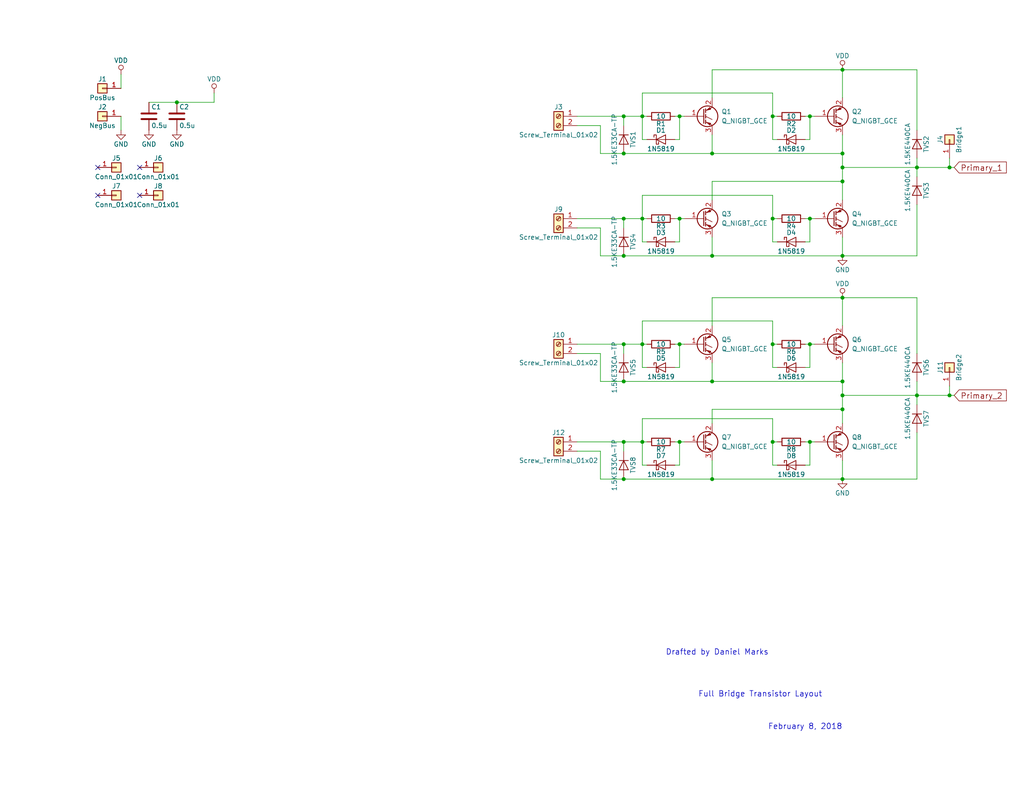
<source format=kicad_sch>
(kicad_sch (version 20230121) (generator eeschema)

  (uuid fd51b894-b710-4a31-b7ec-3f40cc5f00be)

  (paper "USLetter")

  (lib_symbols
    (symbol "full-bridge-rescue:C" (pin_numbers hide) (pin_names (offset 0.254)) (in_bom yes) (on_board yes)
      (property "Reference" "C" (at 0.635 2.54 0)
        (effects (font (size 1.27 1.27)) (justify left))
      )
      (property "Value" "C" (at 0.635 -2.54 0)
        (effects (font (size 1.27 1.27)) (justify left))
      )
      (property "Footprint" "" (at 0.9652 -3.81 0)
        (effects (font (size 1.27 1.27)) hide)
      )
      (property "Datasheet" "" (at 0 0 0)
        (effects (font (size 1.27 1.27)) hide)
      )
      (property "ki_fp_filters" "C_*" (at 0 0 0)
        (effects (font (size 1.27 1.27)) hide)
      )
      (symbol "C_0_1"
        (polyline
          (pts
            (xy -2.032 -0.762)
            (xy 2.032 -0.762)
          )
          (stroke (width 0.508) (type solid))
          (fill (type none))
        )
        (polyline
          (pts
            (xy -2.032 0.762)
            (xy 2.032 0.762)
          )
          (stroke (width 0.508) (type solid))
          (fill (type none))
        )
      )
      (symbol "C_1_1"
        (pin passive line (at 0 3.81 270) (length 2.794)
          (name "~" (effects (font (size 1.27 1.27))))
          (number "1" (effects (font (size 1.27 1.27))))
        )
        (pin passive line (at 0 -3.81 90) (length 2.794)
          (name "~" (effects (font (size 1.27 1.27))))
          (number "2" (effects (font (size 1.27 1.27))))
        )
      )
    )
    (symbol "full-bridge-rescue:Conn_01x01" (pin_names (offset 1.016) hide) (in_bom yes) (on_board yes)
      (property "Reference" "J" (at 0 2.54 0)
        (effects (font (size 1.27 1.27)))
      )
      (property "Value" "Conn_01x01" (at 0 -2.54 0)
        (effects (font (size 1.27 1.27)))
      )
      (property "Footprint" "" (at 0 0 0)
        (effects (font (size 1.27 1.27)) hide)
      )
      (property "Datasheet" "" (at 0 0 0)
        (effects (font (size 1.27 1.27)) hide)
      )
      (property "ki_fp_filters" "Connector*:*_??x*mm* Connector*:*1x??x*mm* Pin?Header?Straight?1X* Pin?Header?Angled?1X* Socket?Strip?Straight?1X* Socket?Strip?Angled?1X*" (at 0 0 0)
        (effects (font (size 1.27 1.27)) hide)
      )
      (symbol "Conn_01x01_1_1"
        (rectangle (start -1.27 0.127) (end 0 -0.127)
          (stroke (width 0.1524) (type solid))
          (fill (type none))
        )
        (rectangle (start -1.27 1.27) (end 1.27 -1.27)
          (stroke (width 0.254) (type solid))
          (fill (type background))
        )
        (pin passive line (at -5.08 0 0) (length 3.81)
          (name "Pin_1" (effects (font (size 1.27 1.27))))
          (number "1" (effects (font (size 1.27 1.27))))
        )
      )
    )
    (symbol "full-bridge-rescue:D" (pin_numbers hide) (pin_names (offset 1.016) hide) (in_bom yes) (on_board yes)
      (property "Reference" "D" (at 0 2.54 0)
        (effects (font (size 1.27 1.27)))
      )
      (property "Value" "D" (at 0 -2.54 0)
        (effects (font (size 1.27 1.27)))
      )
      (property "Footprint" "" (at 0 0 0)
        (effects (font (size 1.27 1.27)) hide)
      )
      (property "Datasheet" "" (at 0 0 0)
        (effects (font (size 1.27 1.27)) hide)
      )
      (property "ki_fp_filters" "TO-???* *SingleDiode *_Diode_* *SingleDiode* D_*" (at 0 0 0)
        (effects (font (size 1.27 1.27)) hide)
      )
      (symbol "D_0_1"
        (polyline
          (pts
            (xy -1.27 1.27)
            (xy -1.27 -1.27)
          )
          (stroke (width 0.2032) (type solid))
          (fill (type none))
        )
        (polyline
          (pts
            (xy 1.27 0)
            (xy -1.27 0)
          )
          (stroke (width 0) (type solid))
          (fill (type none))
        )
        (polyline
          (pts
            (xy 1.27 1.27)
            (xy 1.27 -1.27)
            (xy -1.27 0)
            (xy 1.27 1.27)
          )
          (stroke (width 0.2032) (type solid))
          (fill (type none))
        )
      )
      (symbol "D_1_1"
        (pin passive line (at -3.81 0 0) (length 2.54)
          (name "K" (effects (font (size 1.27 1.27))))
          (number "1" (effects (font (size 1.27 1.27))))
        )
        (pin passive line (at 3.81 0 180) (length 2.54)
          (name "A" (effects (font (size 1.27 1.27))))
          (number "2" (effects (font (size 1.27 1.27))))
        )
      )
    )
    (symbol "full-bridge-rescue:D_Schottky" (pin_numbers hide) (pin_names (offset 1.016) hide) (in_bom yes) (on_board yes)
      (property "Reference" "D" (at 0 2.54 0)
        (effects (font (size 1.27 1.27)))
      )
      (property "Value" "D_Schottky" (at 0 -2.54 0)
        (effects (font (size 1.27 1.27)))
      )
      (property "Footprint" "" (at 0 0 0)
        (effects (font (size 1.27 1.27)) hide)
      )
      (property "Datasheet" "" (at 0 0 0)
        (effects (font (size 1.27 1.27)) hide)
      )
      (property "ki_fp_filters" "TO-???* *SingleDiode *_Diode_* *SingleDiode* D_*" (at 0 0 0)
        (effects (font (size 1.27 1.27)) hide)
      )
      (symbol "D_Schottky_0_1"
        (polyline
          (pts
            (xy 1.27 0)
            (xy -1.27 0)
          )
          (stroke (width 0) (type solid))
          (fill (type none))
        )
        (polyline
          (pts
            (xy 1.27 1.27)
            (xy 1.27 -1.27)
            (xy -1.27 0)
            (xy 1.27 1.27)
          )
          (stroke (width 0.2032) (type solid))
          (fill (type none))
        )
        (polyline
          (pts
            (xy -1.905 0.635)
            (xy -1.905 1.27)
            (xy -1.27 1.27)
            (xy -1.27 -1.27)
            (xy -0.635 -1.27)
            (xy -0.635 -0.635)
          )
          (stroke (width 0.2032) (type solid))
          (fill (type none))
        )
      )
      (symbol "D_Schottky_1_1"
        (pin passive line (at -3.81 0 0) (length 2.54)
          (name "K" (effects (font (size 1.27 1.27))))
          (number "1" (effects (font (size 1.27 1.27))))
        )
        (pin passive line (at 3.81 0 180) (length 2.54)
          (name "A" (effects (font (size 1.27 1.27))))
          (number "2" (effects (font (size 1.27 1.27))))
        )
      )
    )
    (symbol "full-bridge-rescue:GND" (power) (pin_names (offset 0)) (in_bom yes) (on_board yes)
      (property "Reference" "#PWR" (at 0 -6.35 0)
        (effects (font (size 1.27 1.27)) hide)
      )
      (property "Value" "GND" (at 0 -3.81 0)
        (effects (font (size 1.27 1.27)))
      )
      (property "Footprint" "" (at 0 0 0)
        (effects (font (size 1.27 1.27)) hide)
      )
      (property "Datasheet" "" (at 0 0 0)
        (effects (font (size 1.27 1.27)) hide)
      )
      (symbol "GND_0_1"
        (polyline
          (pts
            (xy 0 0)
            (xy 0 -1.27)
            (xy 1.27 -1.27)
            (xy 0 -2.54)
            (xy -1.27 -1.27)
            (xy 0 -1.27)
          )
          (stroke (width 0) (type solid))
          (fill (type none))
        )
      )
      (symbol "GND_1_1"
        (pin power_in line (at 0 0 270) (length 0) hide
          (name "GND" (effects (font (size 1.27 1.27))))
          (number "1" (effects (font (size 1.27 1.27))))
        )
      )
    )
    (symbol "full-bridge-rescue:Q_NIGBT_GCE" (pin_names (offset 0) hide) (in_bom yes) (on_board yes)
      (property "Reference" "Q" (at 5.08 1.27 0)
        (effects (font (size 1.27 1.27)) (justify left))
      )
      (property "Value" "Q_NIGBT_GCE" (at 5.08 -1.27 0)
        (effects (font (size 1.27 1.27)) (justify left))
      )
      (property "Footprint" "" (at 5.08 2.54 0)
        (effects (font (size 1.27 1.27)) hide)
      )
      (property "Datasheet" "" (at 0 0 0)
        (effects (font (size 1.27 1.27)) hide)
      )
      (symbol "Q_NIGBT_GCE_0_1"
        (polyline
          (pts
            (xy 0.762 -1.016)
            (xy 0.762 -2.032)
          )
          (stroke (width 0.254) (type solid))
          (fill (type none))
        )
        (polyline
          (pts
            (xy 0.762 0.508)
            (xy 0.762 -0.508)
          )
          (stroke (width 0.254) (type solid))
          (fill (type none))
        )
        (polyline
          (pts
            (xy 0.762 2.032)
            (xy 0.762 1.016)
          )
          (stroke (width 0.254) (type solid))
          (fill (type none))
        )
        (polyline
          (pts
            (xy 2.54 -2.413)
            (xy 0.762 -1.524)
          )
          (stroke (width 0) (type solid))
          (fill (type none))
        )
        (polyline
          (pts
            (xy 2.54 -0.889)
            (xy 0.762 0)
          )
          (stroke (width 0) (type solid))
          (fill (type none))
        )
        (polyline
          (pts
            (xy 2.54 2.413)
            (xy 0.762 1.524)
          )
          (stroke (width 0) (type solid))
          (fill (type none))
        )
        (polyline
          (pts
            (xy 0.254 1.905)
            (xy 0.254 -1.905)
            (xy 0.254 -1.905)
          )
          (stroke (width 0.254) (type solid))
          (fill (type none))
        )
        (polyline
          (pts
            (xy 2.159 -1.905)
            (xy 1.905 -2.413)
            (xy 1.016 -1.651)
            (xy 2.159 -1.905)
          )
          (stroke (width 0) (type solid))
          (fill (type outline))
        )
        (polyline
          (pts
            (xy 2.159 1.905)
            (xy 1.905 2.413)
            (xy 1.016 1.651)
            (xy 2.159 1.905)
          )
          (stroke (width 0) (type solid))
          (fill (type outline))
        )
        (circle (center 1.27 0) (radius 2.8194)
          (stroke (width 0.254) (type solid))
          (fill (type none))
        )
      )
      (symbol "Q_NIGBT_GCE_1_1"
        (pin input line (at -5.08 0 0) (length 5.334)
          (name "G" (effects (font (size 1.27 1.27))))
          (number "1" (effects (font (size 1.27 1.27))))
        )
        (pin passive line (at 2.54 5.08 270) (length 2.54)
          (name "C" (effects (font (size 1.27 1.27))))
          (number "2" (effects (font (size 1.27 1.27))))
        )
        (pin passive line (at 2.54 -5.08 90) (length 2.54)
          (name "E" (effects (font (size 1.27 1.27))))
          (number "3" (effects (font (size 1.27 1.27))))
        )
      )
    )
    (symbol "full-bridge-rescue:R" (pin_numbers hide) (pin_names (offset 0)) (in_bom yes) (on_board yes)
      (property "Reference" "R" (at 2.032 0 90)
        (effects (font (size 1.27 1.27)))
      )
      (property "Value" "R" (at 0 0 90)
        (effects (font (size 1.27 1.27)))
      )
      (property "Footprint" "" (at -1.778 0 90)
        (effects (font (size 1.27 1.27)) hide)
      )
      (property "Datasheet" "" (at 0 0 0)
        (effects (font (size 1.27 1.27)) hide)
      )
      (property "ki_fp_filters" "R_* R_*" (at 0 0 0)
        (effects (font (size 1.27 1.27)) hide)
      )
      (symbol "R_0_1"
        (rectangle (start -1.016 -2.54) (end 1.016 2.54)
          (stroke (width 0.254) (type solid))
          (fill (type none))
        )
      )
      (symbol "R_1_1"
        (pin passive line (at 0 3.81 270) (length 1.27)
          (name "~" (effects (font (size 1.27 1.27))))
          (number "1" (effects (font (size 1.27 1.27))))
        )
        (pin passive line (at 0 -3.81 90) (length 1.27)
          (name "~" (effects (font (size 1.27 1.27))))
          (number "2" (effects (font (size 1.27 1.27))))
        )
      )
    )
    (symbol "full-bridge-rescue:Screw_Terminal_01x02" (pin_names (offset 1.016) hide) (in_bom yes) (on_board yes)
      (property "Reference" "J" (at 0 2.54 0)
        (effects (font (size 1.27 1.27)))
      )
      (property "Value" "Screw_Terminal_01x02" (at 0 -5.08 0)
        (effects (font (size 1.27 1.27)))
      )
      (property "Footprint" "" (at 0 0 0)
        (effects (font (size 1.27 1.27)) hide)
      )
      (property "Datasheet" "" (at 0 0 0)
        (effects (font (size 1.27 1.27)) hide)
      )
      (property "ki_fp_filters" "Connector*Terminal*Block*:* TerminalBlock*" (at 0 0 0)
        (effects (font (size 1.27 1.27)) hide)
      )
      (symbol "Screw_Terminal_01x02_1_1"
        (rectangle (start -1.27 1.27) (end 1.27 -3.81)
          (stroke (width 0.254) (type solid))
          (fill (type background))
        )
        (circle (center 0 -2.54) (radius 0.635)
          (stroke (width 0.1524) (type solid))
          (fill (type none))
        )
        (polyline
          (pts
            (xy -0.5334 -2.2098)
            (xy 0.3302 -3.048)
          )
          (stroke (width 0.1524) (type solid))
          (fill (type none))
        )
        (polyline
          (pts
            (xy -0.5334 0.3302)
            (xy 0.3302 -0.508)
          )
          (stroke (width 0.1524) (type solid))
          (fill (type none))
        )
        (polyline
          (pts
            (xy -0.3556 -2.032)
            (xy 0.508 -2.8702)
          )
          (stroke (width 0.1524) (type solid))
          (fill (type none))
        )
        (polyline
          (pts
            (xy -0.3556 0.508)
            (xy 0.508 -0.3302)
          )
          (stroke (width 0.1524) (type solid))
          (fill (type none))
        )
        (circle (center 0 0) (radius 0.635)
          (stroke (width 0.1524) (type solid))
          (fill (type none))
        )
        (pin passive line (at -5.08 0 0) (length 3.81)
          (name "Pin_1" (effects (font (size 1.27 1.27))))
          (number "1" (effects (font (size 1.27 1.27))))
        )
        (pin passive line (at -5.08 -2.54 0) (length 3.81)
          (name "Pin_2" (effects (font (size 1.27 1.27))))
          (number "2" (effects (font (size 1.27 1.27))))
        )
      )
    )
    (symbol "full-bridge-rescue:VDD" (power) (pin_names (offset 0)) (in_bom yes) (on_board yes)
      (property "Reference" "#PWR" (at 0 -3.81 0)
        (effects (font (size 1.27 1.27)) hide)
      )
      (property "Value" "VDD" (at 0 3.81 0)
        (effects (font (size 1.27 1.27)))
      )
      (property "Footprint" "" (at 0 0 0)
        (effects (font (size 1.27 1.27)) hide)
      )
      (property "Datasheet" "" (at 0 0 0)
        (effects (font (size 1.27 1.27)) hide)
      )
      (symbol "VDD_0_1"
        (polyline
          (pts
            (xy 0 0)
            (xy 0 1.27)
          )
          (stroke (width 0) (type solid))
          (fill (type none))
        )
        (circle (center 0 1.905) (radius 0.635)
          (stroke (width 0) (type solid))
          (fill (type none))
        )
      )
      (symbol "VDD_1_1"
        (pin power_in line (at 0 0 90) (length 0) hide
          (name "VDD" (effects (font (size 1.27 1.27))))
          (number "1" (effects (font (size 1.27 1.27))))
        )
      )
    )
  )

  (junction (at 170.18 130.81) (diameter 0) (color 0 0 0 0)
    (uuid 002b3651-0e2b-4c33-9c42-cde8353253bd)
  )
  (junction (at 175.26 93.98) (diameter 0) (color 0 0 0 0)
    (uuid 00683acf-43b0-4781-8dab-6ea36bfda7e9)
  )
  (junction (at 194.31 69.85) (diameter 0) (color 0 0 0 0)
    (uuid 009c243d-c0dc-4de5-8a96-539e98938823)
  )
  (junction (at 220.98 93.98) (diameter 0) (color 0 0 0 0)
    (uuid 018d3e58-cb75-422a-a3c8-da29efe3d3d5)
  )
  (junction (at 170.18 41.91) (diameter 0) (color 0 0 0 0)
    (uuid 037c56b7-520a-41e2-a324-0d0072df6222)
  )
  (junction (at 220.98 59.69) (diameter 0) (color 0 0 0 0)
    (uuid 038c256a-f591-423e-b8d0-67afa34f5d91)
  )
  (junction (at 48.26 27.94) (diameter 0) (color 0 0 0 0)
    (uuid 0a578b91-ba6d-456c-8701-41b8c7fa5f4e)
  )
  (junction (at 229.87 130.81) (diameter 0) (color 0 0 0 0)
    (uuid 0ed80efd-740f-4884-bc28-4bde37bdc359)
  )
  (junction (at 210.82 59.69) (diameter 0) (color 0 0 0 0)
    (uuid 12ee24f5-40c6-4f8d-a92d-9d5ecf30f958)
  )
  (junction (at 170.18 93.98) (diameter 0) (color 0 0 0 0)
    (uuid 1a668934-c6f2-4aef-ae0b-789a77f0028e)
  )
  (junction (at 194.31 130.81) (diameter 0) (color 0 0 0 0)
    (uuid 1bc8e818-2e9a-4671-b132-39e12d8ac100)
  )
  (junction (at 210.82 31.75) (diameter 0) (color 0 0 0 0)
    (uuid 1f14d7f0-a5bb-4a7b-9527-651ebc518489)
  )
  (junction (at 170.18 120.65) (diameter 0) (color 0 0 0 0)
    (uuid 1ffd92b7-88db-4cff-a3f0-58124ff46318)
  )
  (junction (at 170.18 104.14) (diameter 0) (color 0 0 0 0)
    (uuid 21eabba7-3cba-4193-9d40-36e98bd62c1f)
  )
  (junction (at 175.26 59.69) (diameter 0) (color 0 0 0 0)
    (uuid 25101160-b876-4e08-894a-4260f93dd826)
  )
  (junction (at 185.42 120.65) (diameter 0) (color 0 0 0 0)
    (uuid 2da8497e-8312-47a7-a54b-1b406a11c598)
  )
  (junction (at 185.42 93.98) (diameter 0) (color 0 0 0 0)
    (uuid 2f9ce69a-fd4a-49aa-a6e2-f9f17c8c8be9)
  )
  (junction (at 259.08 107.95) (diameter 0) (color 0 0 0 0)
    (uuid 2ffba672-6669-4765-a9d4-a6c9888244ee)
  )
  (junction (at 229.87 104.14) (diameter 0) (color 0 0 0 0)
    (uuid 34081926-bf3e-4080-b339-83c4f16bc560)
  )
  (junction (at 210.82 120.65) (diameter 0) (color 0 0 0 0)
    (uuid 3aae25fd-6631-4618-a69b-8d928012de5b)
  )
  (junction (at 229.87 41.91) (diameter 0) (color 0 0 0 0)
    (uuid 4758b147-2a1a-4aef-a784-b9ac606e74d0)
  )
  (junction (at 250.19 45.72) (diameter 0) (color 0 0 0 0)
    (uuid 4907e597-8a7a-4651-8b1f-1a3167926c0e)
  )
  (junction (at 194.31 104.14) (diameter 0) (color 0 0 0 0)
    (uuid 56b0da75-7e54-40b1-8cdf-340518210bad)
  )
  (junction (at 185.42 59.69) (diameter 0) (color 0 0 0 0)
    (uuid 588a0489-41b3-42fd-b7b6-cab98f63fe28)
  )
  (junction (at 229.87 81.28) (diameter 0) (color 0 0 0 0)
    (uuid 7f3df0ee-cce1-45c2-9a5f-d8b17bcfa657)
  )
  (junction (at 229.87 111.76) (diameter 0) (color 0 0 0 0)
    (uuid 85ec0d60-5138-46d6-aee7-99f8c3cb0aa3)
  )
  (junction (at 210.82 93.98) (diameter 0) (color 0 0 0 0)
    (uuid 8e16bbfe-0913-4522-9497-fd2ad2b58b19)
  )
  (junction (at 229.87 107.95) (diameter 0) (color 0 0 0 0)
    (uuid 9a0f3ce4-0648-417f-ae41-f75b7850f4c8)
  )
  (junction (at 250.19 107.95) (diameter 0) (color 0 0 0 0)
    (uuid 9b830302-47bb-4097-be62-ae45d17ea9ba)
  )
  (junction (at 170.18 31.75) (diameter 0) (color 0 0 0 0)
    (uuid a36f3e2f-f69b-4c24-8ae5-566a19471ba9)
  )
  (junction (at 229.87 45.72) (diameter 0) (color 0 0 0 0)
    (uuid acb3191d-39c8-4fda-9b7f-cfbc2f4e403a)
  )
  (junction (at 220.98 31.75) (diameter 0) (color 0 0 0 0)
    (uuid ade2a217-672f-4009-aa24-2a3c5a422af1)
  )
  (junction (at 229.87 49.53) (diameter 0) (color 0 0 0 0)
    (uuid b366b89f-4dbd-4f59-8c0b-f9d949f29970)
  )
  (junction (at 259.08 45.72) (diameter 0) (color 0 0 0 0)
    (uuid b37c0c82-56a9-4087-8350-1122b1beb886)
  )
  (junction (at 175.26 31.75) (diameter 0) (color 0 0 0 0)
    (uuid b582a12c-c3d0-4f75-808c-430abbceb01a)
  )
  (junction (at 185.42 31.75) (diameter 0) (color 0 0 0 0)
    (uuid b688128e-1304-4fd1-b046-80eaedd82868)
  )
  (junction (at 220.98 120.65) (diameter 0) (color 0 0 0 0)
    (uuid be42495e-8bfe-4a53-a2ea-0a03d04385e9)
  )
  (junction (at 229.87 69.85) (diameter 0) (color 0 0 0 0)
    (uuid bf076900-a775-4dc8-8c78-d56c33632479)
  )
  (junction (at 175.26 120.65) (diameter 0) (color 0 0 0 0)
    (uuid d1a4f270-a5ef-41ed-aef4-65de261c191a)
  )
  (junction (at 170.18 59.69) (diameter 0) (color 0 0 0 0)
    (uuid e4f77be2-9955-454f-a7d4-4b3b808b77d6)
  )
  (junction (at 170.18 69.85) (diameter 0) (color 0 0 0 0)
    (uuid e6474b0d-808e-443e-ae92-0b95bfb0d9b0)
  )
  (junction (at 194.31 41.91) (diameter 0) (color 0 0 0 0)
    (uuid eafbeb03-aa32-4e1d-b4e7-3d2c6e6b6cc7)
  )
  (junction (at 229.87 19.05) (diameter 0) (color 0 0 0 0)
    (uuid fe8ab996-b414-484f-b103-339986de8026)
  )

  (no_connect (at 26.67 53.34) (uuid 43efd8ce-e993-4a52-8db3-ad1180d3ae32))
  (no_connect (at 26.67 45.72) (uuid 622ffb01-dbd7-45d2-a130-7f9d7bd7e5b5))
  (no_connect (at 38.1 53.34) (uuid 787bc3c0-652c-4661-886a-bcf3b676775f))
  (no_connect (at 38.1 45.72) (uuid d58be2b8-e4be-4f7c-bfc6-f807ef454d82))

  (wire (pts (xy 229.87 111.76) (xy 229.87 115.57))
    (stroke (width 0) (type default))
    (uuid 0116fa95-2669-4356-91a6-4f8c2400f43a)
  )
  (wire (pts (xy 212.09 38.1) (xy 210.82 38.1))
    (stroke (width 0) (type default))
    (uuid 02c4f072-19b2-428e-9b1d-9ab20f399bb6)
  )
  (wire (pts (xy 219.71 100.33) (xy 220.98 100.33))
    (stroke (width 0) (type default))
    (uuid 09ade2f8-dfeb-40dc-a89e-66b0d318c95f)
  )
  (wire (pts (xy 220.98 31.75) (xy 220.98 38.1))
    (stroke (width 0) (type default))
    (uuid 0f2afc91-3f0a-43b2-856d-52fffab89dc6)
  )
  (wire (pts (xy 219.71 127) (xy 220.98 127))
    (stroke (width 0) (type default))
    (uuid 0f8a2339-c1b8-4585-9a14-6de401f50a55)
  )
  (wire (pts (xy 170.18 130.81) (xy 194.31 130.81))
    (stroke (width 0) (type default))
    (uuid 107b1456-5cda-4927-8319-a5918f7d6526)
  )
  (wire (pts (xy 229.87 125.73) (xy 229.87 130.81))
    (stroke (width 0) (type default))
    (uuid 11ad6929-29ea-420b-a08a-d0fd9e0c118d)
  )
  (wire (pts (xy 194.31 54.61) (xy 194.31 49.53))
    (stroke (width 0) (type default))
    (uuid 13ac3ec4-e1b5-4308-9fc5-c3e8511faf34)
  )
  (wire (pts (xy 212.09 127) (xy 210.82 127))
    (stroke (width 0) (type default))
    (uuid 13e4a3c8-e456-4446-9056-8e24d3689859)
  )
  (wire (pts (xy 210.82 87.63) (xy 210.82 93.98))
    (stroke (width 0) (type default))
    (uuid 15529e3b-00ea-4b50-b9ef-e2c0e8a1df67)
  )
  (wire (pts (xy 194.31 69.85) (xy 229.87 69.85))
    (stroke (width 0) (type default))
    (uuid 1af8eff4-7404-4d59-9f3c-168f1353bfc3)
  )
  (wire (pts (xy 170.18 59.69) (xy 175.26 59.69))
    (stroke (width 0) (type default))
    (uuid 20ec77eb-7fe6-4952-9cc5-3a9c89153aef)
  )
  (wire (pts (xy 250.19 35.56) (xy 250.19 19.05))
    (stroke (width 0) (type default))
    (uuid 21fbe251-f556-4873-81c3-09ecea4c1b18)
  )
  (wire (pts (xy 229.87 104.14) (xy 229.87 107.95))
    (stroke (width 0) (type default))
    (uuid 2282939e-6207-4426-877b-9acbdb149e66)
  )
  (wire (pts (xy 157.48 59.69) (xy 170.18 59.69))
    (stroke (width 0) (type default))
    (uuid 232ce2b6-fc84-45ba-a486-b603e4f9ed36)
  )
  (wire (pts (xy 176.53 38.1) (xy 175.26 38.1))
    (stroke (width 0) (type default))
    (uuid 2630e3fc-b141-4776-a634-725dbe19b875)
  )
  (wire (pts (xy 229.87 130.81) (xy 250.19 130.81))
    (stroke (width 0) (type default))
    (uuid 28c6c3f1-9e8b-4b5e-bf4a-436b178ecbc4)
  )
  (wire (pts (xy 170.18 41.91) (xy 194.31 41.91))
    (stroke (width 0) (type default))
    (uuid 29a0e890-59e4-40f1-92c8-a0e0047f7b9a)
  )
  (wire (pts (xy 163.83 104.14) (xy 170.18 104.14))
    (stroke (width 0) (type default))
    (uuid 29a636ef-2cc8-4d4f-bce8-673d4ea42c96)
  )
  (wire (pts (xy 184.15 38.1) (xy 185.42 38.1))
    (stroke (width 0) (type default))
    (uuid 2a8bc36e-26ea-4aa3-aca1-f56d6bff8a08)
  )
  (wire (pts (xy 194.31 49.53) (xy 229.87 49.53))
    (stroke (width 0) (type default))
    (uuid 2d6392c0-340e-440b-a4e4-083b80fd8351)
  )
  (wire (pts (xy 184.15 93.98) (xy 185.42 93.98))
    (stroke (width 0) (type default))
    (uuid 33113701-a17f-4483-bee7-6c6558872f83)
  )
  (wire (pts (xy 184.15 66.04) (xy 185.42 66.04))
    (stroke (width 0) (type default))
    (uuid 33261f42-d245-4d63-96ae-ed36f4ccf289)
  )
  (wire (pts (xy 157.48 34.29) (xy 163.83 34.29))
    (stroke (width 0) (type default))
    (uuid 3835c2d0-23e7-47bb-ac0c-71bcade4572b)
  )
  (wire (pts (xy 175.26 59.69) (xy 175.26 66.04))
    (stroke (width 0) (type default))
    (uuid 3a3c0076-3897-4d42-a555-f2009d2656fc)
  )
  (wire (pts (xy 210.82 120.65) (xy 212.09 120.65))
    (stroke (width 0) (type default))
    (uuid 3ab9a7af-020f-4abd-bc92-bb8c36726bbc)
  )
  (wire (pts (xy 229.87 45.72) (xy 250.19 45.72))
    (stroke (width 0) (type default))
    (uuid 3ada16cc-1c38-44b4-a53b-2377a23856a8)
  )
  (wire (pts (xy 184.15 120.65) (xy 185.42 120.65))
    (stroke (width 0) (type default))
    (uuid 3bbfea54-9a32-47a5-a1c2-ac09f31803aa)
  )
  (wire (pts (xy 229.87 64.77) (xy 229.87 69.85))
    (stroke (width 0) (type default))
    (uuid 3c5a677b-27c6-454e-839a-bc645af7127e)
  )
  (wire (pts (xy 229.87 49.53) (xy 229.87 54.61))
    (stroke (width 0) (type default))
    (uuid 3d029851-9b03-4143-b7a5-cb729a068ee9)
  )
  (wire (pts (xy 250.19 45.72) (xy 259.08 45.72))
    (stroke (width 0) (type default))
    (uuid 40aa3905-2970-4ec4-bbaf-c258996cd1ea)
  )
  (wire (pts (xy 210.82 120.65) (xy 210.82 127))
    (stroke (width 0) (type default))
    (uuid 4278d506-2d8f-4678-92c1-1885e20d3022)
  )
  (wire (pts (xy 163.83 96.52) (xy 163.83 104.14))
    (stroke (width 0) (type default))
    (uuid 44f13fb4-2def-4cc4-ab5c-047bb54e113e)
  )
  (wire (pts (xy 163.83 34.29) (xy 163.83 41.91))
    (stroke (width 0) (type default))
    (uuid 471a42f5-fe50-4ab7-88b4-571c5da82641)
  )
  (wire (pts (xy 185.42 31.75) (xy 186.69 31.75))
    (stroke (width 0) (type default))
    (uuid 48087175-b87f-4c3c-b7ea-35439023b3e3)
  )
  (wire (pts (xy 220.98 66.04) (xy 219.71 66.04))
    (stroke (width 0) (type default))
    (uuid 4914c5ba-2fc1-4455-aaac-aa85a8400601)
  )
  (wire (pts (xy 175.26 114.3) (xy 210.82 114.3))
    (stroke (width 0) (type default))
    (uuid 49cbaabc-d68e-43f7-b8b3-f1884c42719a)
  )
  (wire (pts (xy 210.82 31.75) (xy 212.09 31.75))
    (stroke (width 0) (type default))
    (uuid 4b189fac-4d98-4be7-a974-fe2c3e16ad2a)
  )
  (wire (pts (xy 170.18 120.65) (xy 170.18 123.19))
    (stroke (width 0) (type default))
    (uuid 4c17a937-f391-424b-82b1-777159d41d5b)
  )
  (wire (pts (xy 185.42 93.98) (xy 185.42 100.33))
    (stroke (width 0) (type default))
    (uuid 50fe0c5f-a7ad-4497-a957-5790fb30850d)
  )
  (wire (pts (xy 220.98 31.75) (xy 222.25 31.75))
    (stroke (width 0) (type default))
    (uuid 530e7426-7bf5-4291-b4e3-d6f907c94cf0)
  )
  (wire (pts (xy 176.53 66.04) (xy 175.26 66.04))
    (stroke (width 0) (type default))
    (uuid 536c12da-8934-4caa-aa04-d0c2bae4bfc7)
  )
  (wire (pts (xy 250.19 107.95) (xy 250.19 110.49))
    (stroke (width 0) (type default))
    (uuid 555a209a-0d66-4a08-8f42-b5a803803c5f)
  )
  (wire (pts (xy 250.19 107.95) (xy 259.08 107.95))
    (stroke (width 0) (type default))
    (uuid 5580a8b3-70cf-4b16-9ce4-4ff17526ebcc)
  )
  (wire (pts (xy 163.83 130.81) (xy 170.18 130.81))
    (stroke (width 0) (type default))
    (uuid 55adb0ba-35d1-4f09-81eb-9a6414d84538)
  )
  (wire (pts (xy 260.35 45.72) (xy 259.08 45.72))
    (stroke (width 0) (type default))
    (uuid 5646a6c1-8bb5-4fd4-824f-b544f2002ba6)
  )
  (wire (pts (xy 170.18 120.65) (xy 175.26 120.65))
    (stroke (width 0) (type default))
    (uuid 56917e8f-6076-4cdd-9f5d-d3f69f3af1c3)
  )
  (wire (pts (xy 163.83 62.23) (xy 157.48 62.23))
    (stroke (width 0) (type default))
    (uuid 5b40c5eb-bc45-4d7c-904f-0c56b49a5982)
  )
  (wire (pts (xy 58.42 27.94) (xy 58.42 25.4))
    (stroke (width 0) (type default))
    (uuid 5c001186-14c9-4500-9d39-8fabb7043d05)
  )
  (wire (pts (xy 175.26 53.34) (xy 210.82 53.34))
    (stroke (width 0) (type default))
    (uuid 5c3cbece-92ed-435e-aa46-75cc8b0a561f)
  )
  (wire (pts (xy 194.31 41.91) (xy 194.31 36.83))
    (stroke (width 0) (type default))
    (uuid 5c57b6f7-3978-4b2f-b73b-5f65a4af0d3a)
  )
  (wire (pts (xy 184.15 100.33) (xy 185.42 100.33))
    (stroke (width 0) (type default))
    (uuid 5d04a4e8-c47f-4fe3-b436-eaa7008ca5c9)
  )
  (wire (pts (xy 40.64 27.94) (xy 48.26 27.94))
    (stroke (width 0) (type default))
    (uuid 60d0f64a-a48e-4c46-a7e3-5e02421aac46)
  )
  (wire (pts (xy 229.87 81.28) (xy 229.87 88.9))
    (stroke (width 0) (type default))
    (uuid 60d1e8d2-0980-41e9-ae92-337718cb8d66)
  )
  (wire (pts (xy 259.08 105.41) (xy 259.08 107.95))
    (stroke (width 0) (type default))
    (uuid 624f2fea-4502-4eed-83c0-9c0365eae579)
  )
  (wire (pts (xy 220.98 93.98) (xy 220.98 100.33))
    (stroke (width 0) (type default))
    (uuid 66a7125b-e123-4733-a203-f0e70c1f0ba5)
  )
  (wire (pts (xy 170.18 69.85) (xy 194.31 69.85))
    (stroke (width 0) (type default))
    (uuid 66c5e62f-ebda-4a70-b213-f836f51fa4f0)
  )
  (wire (pts (xy 175.26 87.63) (xy 175.26 93.98))
    (stroke (width 0) (type default))
    (uuid 6adae5a4-7af7-4756-a370-3b79d436342d)
  )
  (wire (pts (xy 210.82 38.1) (xy 210.82 31.75))
    (stroke (width 0) (type default))
    (uuid 6db8707b-310d-4536-972b-d9041a9a1207)
  )
  (wire (pts (xy 259.08 107.95) (xy 260.35 107.95))
    (stroke (width 0) (type default))
    (uuid 6eba9d2b-d0f6-4d83-b1d7-925e04c34404)
  )
  (wire (pts (xy 250.19 43.18) (xy 250.19 45.72))
    (stroke (width 0) (type default))
    (uuid 6f1b80c7-8912-416a-9ef2-43d7d41e853c)
  )
  (wire (pts (xy 194.31 111.76) (xy 194.31 115.57))
    (stroke (width 0) (type default))
    (uuid 7065eae9-9e4a-4fc0-83ee-ef20a5e5ab03)
  )
  (wire (pts (xy 210.82 53.34) (xy 210.82 59.69))
    (stroke (width 0) (type default))
    (uuid 71b0c772-de69-4066-bee3-88e26a7c4abf)
  )
  (wire (pts (xy 229.87 107.95) (xy 250.19 107.95))
    (stroke (width 0) (type default))
    (uuid 72a066f4-5f91-4d6e-af9b-a71be03ff5ea)
  )
  (wire (pts (xy 220.98 59.69) (xy 220.98 66.04))
    (stroke (width 0) (type default))
    (uuid 736c672e-b0d5-453f-8e9c-a890a855c7d1)
  )
  (wire (pts (xy 250.19 96.52) (xy 250.19 81.28))
    (stroke (width 0) (type default))
    (uuid 737fe92c-bc60-4719-ae27-1c2552bdf03e)
  )
  (wire (pts (xy 210.82 59.69) (xy 212.09 59.69))
    (stroke (width 0) (type default))
    (uuid 74fc071c-d438-4364-b742-9511c265e711)
  )
  (wire (pts (xy 194.31 104.14) (xy 229.87 104.14))
    (stroke (width 0) (type default))
    (uuid 750b8acb-f552-4c99-b51a-014ebbc1aa01)
  )
  (wire (pts (xy 229.87 81.28) (xy 250.19 81.28))
    (stroke (width 0) (type default))
    (uuid 762033ef-0f95-4e2f-8f57-00c802d2272a)
  )
  (wire (pts (xy 259.08 43.18) (xy 259.08 45.72))
    (stroke (width 0) (type default))
    (uuid 7a38c214-9eb4-438c-90c9-a39e9cbd1ee5)
  )
  (wire (pts (xy 176.53 127) (xy 175.26 127))
    (stroke (width 0) (type default))
    (uuid 7abe6ec9-48c6-4a91-944d-50a369987426)
  )
  (wire (pts (xy 219.71 120.65) (xy 220.98 120.65))
    (stroke (width 0) (type default))
    (uuid 7c01bcd1-5174-40fb-9806-0826149b385e)
  )
  (wire (pts (xy 250.19 45.72) (xy 250.19 48.26))
    (stroke (width 0) (type default))
    (uuid 7fd97989-0965-4fb9-9bd8-846f393cfd6a)
  )
  (wire (pts (xy 170.18 31.75) (xy 175.26 31.75))
    (stroke (width 0) (type default))
    (uuid 82e8e5c3-d614-4560-94e4-6da734c124d7)
  )
  (wire (pts (xy 184.15 31.75) (xy 185.42 31.75))
    (stroke (width 0) (type default))
    (uuid 83d7ba65-f05b-4d4b-a572-4b5a284520e2)
  )
  (wire (pts (xy 175.26 87.63) (xy 210.82 87.63))
    (stroke (width 0) (type default))
    (uuid 84758875-2bfd-44bb-b104-d85fa182653e)
  )
  (wire (pts (xy 219.71 38.1) (xy 220.98 38.1))
    (stroke (width 0) (type default))
    (uuid 87d3a975-3364-4a14-993a-28d8c130b278)
  )
  (wire (pts (xy 163.83 41.91) (xy 170.18 41.91))
    (stroke (width 0) (type default))
    (uuid 890c949e-6ba1-4e13-a7ac-d9a4273d4d42)
  )
  (wire (pts (xy 250.19 118.11) (xy 250.19 130.81))
    (stroke (width 0) (type default))
    (uuid 89361d9d-2f8f-4fbe-98c3-5b3399ef165a)
  )
  (wire (pts (xy 220.98 120.65) (xy 220.98 127))
    (stroke (width 0) (type default))
    (uuid 8a42362d-afc4-4a4e-bf56-d80b06f6ec9d)
  )
  (wire (pts (xy 157.48 120.65) (xy 170.18 120.65))
    (stroke (width 0) (type default))
    (uuid 8a43355c-b5ac-4ac4-bdb7-62b4312fdc5b)
  )
  (wire (pts (xy 185.42 59.69) (xy 185.42 66.04))
    (stroke (width 0) (type default))
    (uuid 8b8fe325-730d-49e5-97f2-0635ab0fca89)
  )
  (wire (pts (xy 250.19 104.14) (xy 250.19 107.95))
    (stroke (width 0) (type default))
    (uuid 8bd895fb-bd82-4b7f-9b76-08be9a24401c)
  )
  (wire (pts (xy 229.87 26.67) (xy 229.87 19.05))
    (stroke (width 0) (type default))
    (uuid 8f6f472d-4f07-4456-8a2e-2cdcd7bb19a3)
  )
  (wire (pts (xy 175.26 25.4) (xy 210.82 25.4))
    (stroke (width 0) (type default))
    (uuid 90488fe9-3bfc-4970-88e6-870c519f3a5f)
  )
  (wire (pts (xy 175.26 31.75) (xy 175.26 38.1))
    (stroke (width 0) (type default))
    (uuid 932252e8-bdca-43b4-9468-211b4e68b2af)
  )
  (wire (pts (xy 185.42 120.65) (xy 186.69 120.65))
    (stroke (width 0) (type default))
    (uuid 93752440-db01-41ff-b067-33603bd1cb7a)
  )
  (wire (pts (xy 163.83 123.19) (xy 163.83 130.81))
    (stroke (width 0) (type default))
    (uuid 94b10df3-f04c-43d4-bb44-540a74ce99f2)
  )
  (wire (pts (xy 163.83 123.19) (xy 157.48 123.19))
    (stroke (width 0) (type default))
    (uuid 98fb7215-44e5-43e5-9b94-e9941513190d)
  )
  (wire (pts (xy 170.18 59.69) (xy 170.18 62.23))
    (stroke (width 0) (type default))
    (uuid 99ed1788-69ca-4d2e-8e45-e18ef4a2f71c)
  )
  (wire (pts (xy 33.02 31.75) (xy 33.02 35.56))
    (stroke (width 0) (type default))
    (uuid 9a662424-9a7c-4ba5-ab47-30eed8411fa9)
  )
  (wire (pts (xy 185.42 93.98) (xy 186.69 93.98))
    (stroke (width 0) (type default))
    (uuid 9c77d5e0-148b-4545-8fde-56eddd3bf6b2)
  )
  (wire (pts (xy 250.19 55.88) (xy 250.19 69.85))
    (stroke (width 0) (type default))
    (uuid 9c8a0045-ffd6-4add-b81c-baa361d9f16b)
  )
  (wire (pts (xy 220.98 93.98) (xy 222.25 93.98))
    (stroke (width 0) (type default))
    (uuid 9cf3779a-9e42-4f3b-ba3c-fe5075775f1b)
  )
  (wire (pts (xy 33.02 24.13) (xy 33.02 20.32))
    (stroke (width 0) (type default))
    (uuid 9f55b7dd-c1af-494c-8b3c-fb349681d178)
  )
  (wire (pts (xy 163.83 69.85) (xy 163.83 62.23))
    (stroke (width 0) (type default))
    (uuid 9fcb4e13-eb6e-4d4f-b72d-65a5d0325272)
  )
  (wire (pts (xy 170.18 104.14) (xy 194.31 104.14))
    (stroke (width 0) (type default))
    (uuid a1a99177-5074-4410-973f-b55439cc6f0e)
  )
  (wire (pts (xy 194.31 19.05) (xy 229.87 19.05))
    (stroke (width 0) (type default))
    (uuid ab3084fc-eb47-4806-af90-bd5179c3c213)
  )
  (wire (pts (xy 175.26 25.4) (xy 175.26 31.75))
    (stroke (width 0) (type default))
    (uuid abbef530-de26-4375-acb3-7b24f460b0ad)
  )
  (wire (pts (xy 48.26 27.94) (xy 58.42 27.94))
    (stroke (width 0) (type default))
    (uuid ac07c19c-a995-4eb9-8434-e9a46fde8b7f)
  )
  (wire (pts (xy 175.26 120.65) (xy 176.53 120.65))
    (stroke (width 0) (type default))
    (uuid acd173ae-1631-4633-94e5-65a1f3dd31d7)
  )
  (wire (pts (xy 194.31 41.91) (xy 229.87 41.91))
    (stroke (width 0) (type default))
    (uuid ae77f943-dd23-49dc-878b-397e81718226)
  )
  (wire (pts (xy 219.71 59.69) (xy 220.98 59.69))
    (stroke (width 0) (type default))
    (uuid b19e5076-bbc8-40a3-aa33-538631e1ffe2)
  )
  (wire (pts (xy 175.26 59.69) (xy 176.53 59.69))
    (stroke (width 0) (type default))
    (uuid b1c0020e-0d22-45aa-b0fc-86c85225e087)
  )
  (wire (pts (xy 175.26 53.34) (xy 175.26 59.69))
    (stroke (width 0) (type default))
    (uuid b378a8d2-6f7a-4abf-ae8a-3397556bda6f)
  )
  (wire (pts (xy 229.87 69.85) (xy 250.19 69.85))
    (stroke (width 0) (type default))
    (uuid b4017014-40a3-44ba-88a7-0ecda5e36f15)
  )
  (wire (pts (xy 194.31 88.9) (xy 194.31 81.28))
    (stroke (width 0) (type default))
    (uuid b58795e9-d70e-430a-bb60-fde4c452ef27)
  )
  (wire (pts (xy 163.83 69.85) (xy 170.18 69.85))
    (stroke (width 0) (type default))
    (uuid b6e25b1d-70b9-45e5-a3cc-ccaca8eb4723)
  )
  (wire (pts (xy 229.87 19.05) (xy 250.19 19.05))
    (stroke (width 0) (type default))
    (uuid b6fd27a9-9250-4ae1-aaaf-d5973bee81e6)
  )
  (wire (pts (xy 210.82 66.04) (xy 210.82 59.69))
    (stroke (width 0) (type default))
    (uuid b70455d5-fb96-4e44-a675-476d074d670c)
  )
  (wire (pts (xy 194.31 81.28) (xy 229.87 81.28))
    (stroke (width 0) (type default))
    (uuid b79fa974-d13d-4b85-87c2-85956bd6749f)
  )
  (wire (pts (xy 185.42 120.65) (xy 185.42 127))
    (stroke (width 0) (type default))
    (uuid b7c4421e-a905-4be1-9889-1d3c2c8596f2)
  )
  (wire (pts (xy 229.87 45.72) (xy 229.87 49.53))
    (stroke (width 0) (type default))
    (uuid baf4c44e-422d-4b66-897e-126507fd7318)
  )
  (wire (pts (xy 175.26 114.3) (xy 175.26 120.65))
    (stroke (width 0) (type default))
    (uuid bd398a22-6bc4-46d3-94ea-565890747f8e)
  )
  (wire (pts (xy 194.31 64.77) (xy 194.31 69.85))
    (stroke (width 0) (type default))
    (uuid bfc2794b-5745-46f6-b700-7f954bb9a963)
  )
  (wire (pts (xy 170.18 93.98) (xy 170.18 96.52))
    (stroke (width 0) (type default))
    (uuid c01f751e-2f51-4c02-8104-b5c78f5999f4)
  )
  (wire (pts (xy 170.18 93.98) (xy 175.26 93.98))
    (stroke (width 0) (type default))
    (uuid c1e873e7-af2e-43f2-858d-50b2a80f6923)
  )
  (wire (pts (xy 229.87 36.83) (xy 229.87 41.91))
    (stroke (width 0) (type default))
    (uuid c30e6575-663c-4aab-98d8-cdfcabeec7e5)
  )
  (wire (pts (xy 175.26 31.75) (xy 176.53 31.75))
    (stroke (width 0) (type default))
    (uuid caf5e1a9-b6e5-4472-baed-70182f86a212)
  )
  (wire (pts (xy 175.26 93.98) (xy 176.53 93.98))
    (stroke (width 0) (type default))
    (uuid cbe617fd-8fd6-4459-a281-9d114849a2b3)
  )
  (wire (pts (xy 229.87 107.95) (xy 229.87 111.76))
    (stroke (width 0) (type default))
    (uuid ccdd8b43-b3bf-4303-9dd6-d946efead211)
  )
  (wire (pts (xy 194.31 125.73) (xy 194.31 130.81))
    (stroke (width 0) (type default))
    (uuid cce3c2a6-0641-4b10-91e9-fbc73a3ea6c8)
  )
  (wire (pts (xy 185.42 59.69) (xy 186.69 59.69))
    (stroke (width 0) (type default))
    (uuid cfad75d4-fe8d-4140-b518-aa5a234b5c42)
  )
  (wire (pts (xy 176.53 100.33) (xy 175.26 100.33))
    (stroke (width 0) (type default))
    (uuid d33f2160-9678-4a70-89fa-4212a20eb5a4)
  )
  (wire (pts (xy 210.82 114.3) (xy 210.82 120.65))
    (stroke (width 0) (type default))
    (uuid d401c660-24da-4d7c-802a-1704244b2a42)
  )
  (wire (pts (xy 194.31 111.76) (xy 229.87 111.76))
    (stroke (width 0) (type default))
    (uuid d46c53c9-1dd6-40e9-aae5-63c2b084b621)
  )
  (wire (pts (xy 229.87 99.06) (xy 229.87 104.14))
    (stroke (width 0) (type default))
    (uuid d4fa07af-6a52-4e86-9488-b9a549e257fd)
  )
  (wire (pts (xy 212.09 100.33) (xy 210.82 100.33))
    (stroke (width 0) (type default))
    (uuid d6577b10-2a51-4295-ad3a-997189182228)
  )
  (wire (pts (xy 175.26 93.98) (xy 175.26 100.33))
    (stroke (width 0) (type default))
    (uuid d66067bd-a888-49ba-900a-2efeaf55346a)
  )
  (wire (pts (xy 163.83 96.52) (xy 157.48 96.52))
    (stroke (width 0) (type default))
    (uuid d87eb6bd-27ae-4d3a-ba38-6d0f6e52d6fd)
  )
  (wire (pts (xy 184.15 59.69) (xy 185.42 59.69))
    (stroke (width 0) (type default))
    (uuid dbc7b39f-1b08-4049-9707-15adb595d55e)
  )
  (wire (pts (xy 219.71 31.75) (xy 220.98 31.75))
    (stroke (width 0) (type default))
    (uuid de2a1c2d-2533-419f-99e4-51b276b8d9db)
  )
  (wire (pts (xy 170.18 31.75) (xy 170.18 34.29))
    (stroke (width 0) (type default))
    (uuid deba52a7-25c8-4a62-838c-5b48d902d535)
  )
  (wire (pts (xy 210.82 25.4) (xy 210.82 31.75))
    (stroke (width 0) (type default))
    (uuid defa7052-2853-4d24-bfb9-74ad62119dff)
  )
  (wire (pts (xy 220.98 59.69) (xy 222.25 59.69))
    (stroke (width 0) (type default))
    (uuid df4168f3-d4b3-47ec-bc7d-77a5339c0160)
  )
  (wire (pts (xy 210.82 93.98) (xy 212.09 93.98))
    (stroke (width 0) (type default))
    (uuid e138aad5-a440-4e29-af6c-b559fb0d68f7)
  )
  (wire (pts (xy 212.09 66.04) (xy 210.82 66.04))
    (stroke (width 0) (type default))
    (uuid e395d60c-dba6-44dd-9a09-df5b4a3f487e)
  )
  (wire (pts (xy 185.42 31.75) (xy 185.42 38.1))
    (stroke (width 0) (type default))
    (uuid e41359e3-2d8b-46f3-94bb-39f6504710c2)
  )
  (wire (pts (xy 157.48 93.98) (xy 170.18 93.98))
    (stroke (width 0) (type default))
    (uuid e68d7fb6-8ad1-4303-b8c2-218b7e9e0f73)
  )
  (wire (pts (xy 157.48 31.75) (xy 170.18 31.75))
    (stroke (width 0) (type default))
    (uuid e8756e98-4ede-4963-a918-79ca4284f57d)
  )
  (wire (pts (xy 210.82 93.98) (xy 210.82 100.33))
    (stroke (width 0) (type default))
    (uuid ece4e70e-d478-4a9b-bf0b-0362c31b75d5)
  )
  (wire (pts (xy 194.31 26.67) (xy 194.31 19.05))
    (stroke (width 0) (type default))
    (uuid ed4f904d-b684-40c4-ab93-3258165a2a72)
  )
  (wire (pts (xy 229.87 41.91) (xy 229.87 45.72))
    (stroke (width 0) (type default))
    (uuid eda527cf-49d3-406d-b55f-a74299f92b32)
  )
  (wire (pts (xy 184.15 127) (xy 185.42 127))
    (stroke (width 0) (type default))
    (uuid ee822d99-d91f-4184-87f4-8d363ec3715e)
  )
  (wire (pts (xy 175.26 120.65) (xy 175.26 127))
    (stroke (width 0) (type default))
    (uuid f131285b-6803-4b7c-a168-297157b6c689)
  )
  (wire (pts (xy 194.31 130.81) (xy 229.87 130.81))
    (stroke (width 0) (type default))
    (uuid f6ffc37b-cb59-4fef-b99f-4a088c0fa3bf)
  )
  (wire (pts (xy 194.31 104.14) (xy 194.31 99.06))
    (stroke (width 0) (type default))
    (uuid f788701d-cc0d-428d-a5c0-62d765fa5f1d)
  )
  (wire (pts (xy 220.98 120.65) (xy 222.25 120.65))
    (stroke (width 0) (type default))
    (uuid fa406a61-d422-43ba-9f1f-36061ed8b1ca)
  )
  (wire (pts (xy 219.71 93.98) (xy 220.98 93.98))
    (stroke (width 0) (type default))
    (uuid fb60f2dc-a3d7-4e84-92aa-9fec481799a3)
  )

  (text "Full Bridge Transistor Layout" (at 190.5 190.5 0)
    (effects (font (size 1.524 1.524)) (justify left bottom))
    (uuid 2992c747-b3ec-4301-9672-f046a47a462d)
  )
  (text "Drafted by Daniel Marks" (at 181.61 179.07 0)
    (effects (font (size 1.524 1.524)) (justify left bottom))
    (uuid 753da9a8-b979-4316-9c88-19e6e1971351)
  )
  (text "February 8, 2018" (at 209.55 199.39 0)
    (effects (font (size 1.524 1.524)) (justify left bottom))
    (uuid dadce3ad-59f7-4d91-b3a2-d911701664c2)
  )

  (global_label "Primary_2" (shape input) (at 260.35 107.95 0) (fields_autoplaced)
    (effects (font (size 1.524 1.524)) (justify left))
    (uuid c43bd9b4-68f4-4100-91df-5567ea849f11)
    (property "Intersheetrefs" "${INTERSHEET_REFS}" (at 274.4678 107.95 0)
      (effects (font (size 1.27 1.27)) (justify left) hide)
    )
  )
  (global_label "Primary_1" (shape input) (at 260.35 45.72 0) (fields_autoplaced)
    (effects (font (size 1.524 1.524)) (justify left))
    (uuid ee1dcaa1-a4df-419c-a1c3-958a983f16b9)
    (property "Intersheetrefs" "${INTERSHEET_REFS}" (at 274.4678 45.72 0)
      (effects (font (size 1.27 1.27)) (justify left) hide)
    )
  )

  (symbol (lib_id "full-bridge-rescue:Q_NIGBT_GCE") (at 191.77 93.98 0) (unit 1)
    (in_bom yes) (on_board yes) (dnp no)
    (uuid 00000000-0000-0000-0000-00005a5c16fe)
    (property "Reference" "Q5" (at 196.85 92.71 0)
      (effects (font (size 1.27 1.27)) (justify left))
    )
    (property "Value" "Q_NIGBT_GCE" (at 196.85 95.25 0)
      (effects (font (size 1.27 1.27)) (justify left))
    )
    (property "Footprint" "Package_TO_SOT_THT:TO-247-3_Vertical" (at 196.85 91.44 0)
      (effects (font (size 1.27 1.27)) hide)
    )
    (property "Datasheet" "" (at 191.77 93.98 0)
      (effects (font (size 1.27 1.27)) hide)
    )
    (property "Part Number" "" (at 191.77 93.98 0)
      (effects (font (size 1.27 1.27)) hide)
    )
    (pin "1" (uuid 62e712fa-d152-426f-86ac-2573915114b5))
    (pin "2" (uuid eb2bbfb0-7490-423b-820c-336996aaad59))
    (pin "3" (uuid 912545bb-e76b-4431-83c1-e1b1e245a52b))
    (instances
      (project "full-bridge"
        (path "/fd51b894-b710-4a31-b7ec-3f40cc5f00be"
          (reference "Q5") (unit 1)
        )
      )
    )
  )

  (symbol (lib_id "full-bridge-rescue:R") (at 180.34 93.98 270) (unit 1)
    (in_bom yes) (on_board yes) (dnp no)
    (uuid 00000000-0000-0000-0000-00005a5c17c2)
    (property "Reference" "R5" (at 180.34 96.012 90)
      (effects (font (size 1.27 1.27)))
    )
    (property "Value" "10" (at 180.34 93.98 90)
      (effects (font (size 1.27 1.27)))
    )
    (property "Footprint" "Resistor_SMD:R_0805_2012Metric_Pad1.20x1.40mm_HandSolder" (at 180.34 92.202 90)
      (effects (font (size 1.27 1.27)) hide)
    )
    (property "Datasheet" "" (at 180.34 93.98 0)
      (effects (font (size 1.27 1.27)) hide)
    )
    (property "Part Number" "RK73H2ATTD10R0F" (at 180.34 93.98 0)
      (effects (font (size 1.27 1.27)) hide)
    )
    (pin "1" (uuid d592ad63-29e4-4c86-8ee4-36ffaff43cd0))
    (pin "2" (uuid 79ac604c-674c-4764-9602-dbfda2db2e90))
    (instances
      (project "full-bridge"
        (path "/fd51b894-b710-4a31-b7ec-3f40cc5f00be"
          (reference "R5") (unit 1)
        )
      )
    )
  )

  (symbol (lib_id "full-bridge-rescue:D_Schottky") (at 180.34 100.33 0) (unit 1)
    (in_bom yes) (on_board yes) (dnp no)
    (uuid 00000000-0000-0000-0000-00005a5c1847)
    (property "Reference" "D5" (at 180.34 97.79 0)
      (effects (font (size 1.27 1.27)))
    )
    (property "Value" "1N5819" (at 180.34 102.87 0)
      (effects (font (size 1.27 1.27)))
    )
    (property "Footprint" "Diode_SMD:Nexperia_CFP3_SOD-123W" (at 180.34 100.33 0)
      (effects (font (size 1.27 1.27)) hide)
    )
    (property "Datasheet" "" (at 180.34 100.33 0)
      (effects (font (size 1.27 1.27)) hide)
    )
    (property "Part Number" "1N5819HWQ-7-F" (at 180.34 100.33 0)
      (effects (font (size 1.27 1.27)) hide)
    )
    (pin "1" (uuid f8a2304d-3714-4b42-a1e7-231eecb143ff))
    (pin "2" (uuid 39dc57a8-234c-48b0-ad2e-9fb7401a16d5))
    (instances
      (project "full-bridge"
        (path "/fd51b894-b710-4a31-b7ec-3f40cc5f00be"
          (reference "D5") (unit 1)
        )
      )
    )
  )

  (symbol (lib_id "full-bridge-rescue:VDD") (at 58.42 25.4 0) (unit 1)
    (in_bom yes) (on_board yes) (dnp no)
    (uuid 00000000-0000-0000-0000-00005a5c1c46)
    (property "Reference" "#PWR03" (at 58.42 29.21 0)
      (effects (font (size 1.27 1.27)) hide)
    )
    (property "Value" "VDD" (at 58.42 21.59 0)
      (effects (font (size 1.27 1.27)))
    )
    (property "Footprint" "" (at 58.42 25.4 0)
      (effects (font (size 1.27 1.27)) hide)
    )
    (property "Datasheet" "" (at 58.42 25.4 0)
      (effects (font (size 1.27 1.27)) hide)
    )
    (pin "1" (uuid ffa89e2a-491f-4e5e-87fc-bf61b886a5c7))
    (instances
      (project "full-bridge"
        (path "/fd51b894-b710-4a31-b7ec-3f40cc5f00be"
          (reference "#PWR03") (unit 1)
        )
      )
    )
  )

  (symbol (lib_id "full-bridge-rescue:Q_NIGBT_GCE") (at 191.77 120.65 0) (unit 1)
    (in_bom yes) (on_board yes) (dnp no)
    (uuid 00000000-0000-0000-0000-00005a5c2160)
    (property "Reference" "Q7" (at 196.85 119.38 0)
      (effects (font (size 1.27 1.27)) (justify left))
    )
    (property "Value" "Q_NIGBT_GCE" (at 196.85 121.92 0)
      (effects (font (size 1.27 1.27)) (justify left))
    )
    (property "Footprint" "Package_TO_SOT_THT:TO-247-3_Vertical" (at 196.85 118.11 0)
      (effects (font (size 1.27 1.27)) hide)
    )
    (property "Datasheet" "" (at 191.77 120.65 0)
      (effects (font (size 1.27 1.27)) hide)
    )
    (property "Part Number" "" (at 191.77 120.65 0)
      (effects (font (size 1.27 1.27)) hide)
    )
    (pin "3" (uuid d54de583-7f9c-45ae-8aab-ac8a71459317))
    (pin "1" (uuid 2316cd71-54fd-4887-b2d8-110a9b741773))
    (pin "2" (uuid 4715a007-ab11-42bb-a613-d233348a1dca))
    (instances
      (project "full-bridge"
        (path "/fd51b894-b710-4a31-b7ec-3f40cc5f00be"
          (reference "Q7") (unit 1)
        )
      )
    )
  )

  (symbol (lib_id "full-bridge-rescue:R") (at 180.34 120.65 270) (unit 1)
    (in_bom yes) (on_board yes) (dnp no)
    (uuid 00000000-0000-0000-0000-00005a5c2166)
    (property "Reference" "R7" (at 180.34 122.682 90)
      (effects (font (size 1.27 1.27)))
    )
    (property "Value" "10" (at 180.34 120.65 90)
      (effects (font (size 1.27 1.27)))
    )
    (property "Footprint" "Resistor_SMD:R_0805_2012Metric_Pad1.20x1.40mm_HandSolder" (at 180.34 118.872 90)
      (effects (font (size 1.27 1.27)) hide)
    )
    (property "Datasheet" "" (at 180.34 120.65 0)
      (effects (font (size 1.27 1.27)) hide)
    )
    (property "Part Number" "RK73H2ATTD10R0F" (at 180.34 120.65 0)
      (effects (font (size 1.27 1.27)) hide)
    )
    (pin "2" (uuid 14867a08-cdc8-4ea5-bab2-68166c26dd50))
    (pin "1" (uuid ac75b74a-4e6f-4b76-905e-fd30879d3ee7))
    (instances
      (project "full-bridge"
        (path "/fd51b894-b710-4a31-b7ec-3f40cc5f00be"
          (reference "R7") (unit 1)
        )
      )
    )
  )

  (symbol (lib_id "full-bridge-rescue:D_Schottky") (at 180.34 127 0) (unit 1)
    (in_bom yes) (on_board yes) (dnp no)
    (uuid 00000000-0000-0000-0000-00005a5c216d)
    (property "Reference" "D7" (at 180.34 124.46 0)
      (effects (font (size 1.27 1.27)))
    )
    (property "Value" "1N5819" (at 180.34 129.54 0)
      (effects (font (size 1.27 1.27)))
    )
    (property "Footprint" "Diode_SMD:Nexperia_CFP3_SOD-123W" (at 180.34 127 0)
      (effects (font (size 1.27 1.27)) hide)
    )
    (property "Datasheet" "" (at 180.34 127 0)
      (effects (font (size 1.27 1.27)) hide)
    )
    (property "Part Number" "1N5819HWQ-7-F" (at 180.34 127 0)
      (effects (font (size 1.27 1.27)) hide)
    )
    (pin "2" (uuid dec6bac5-1266-4b12-b301-51d874dbabd3))
    (pin "1" (uuid 9e83cdf6-e71a-4a28-bd99-c8a494785130))
    (instances
      (project "full-bridge"
        (path "/fd51b894-b710-4a31-b7ec-3f40cc5f00be"
          (reference "D7") (unit 1)
        )
      )
    )
  )

  (symbol (lib_id "full-bridge-rescue:C") (at 48.26 31.75 0) (unit 1)
    (in_bom yes) (on_board yes) (dnp no)
    (uuid 00000000-0000-0000-0000-00005a5c2270)
    (property "Reference" "C2" (at 48.895 29.21 0)
      (effects (font (size 1.27 1.27)) (justify left))
    )
    (property "Value" "0.5u" (at 48.895 34.29 0)
      (effects (font (size 1.27 1.27)) (justify left))
    )
    (property "Footprint" "Capacitor_THT:C_Rect_L28.0mm_W10.0mm_P22.50mm_MKS4" (at 49.2252 35.56 0)
      (effects (font (size 1.27 1.27)) hide)
    )
    (property "Datasheet" "" (at 48.26 31.75 0)
      (effects (font (size 1.27 1.27)) hide)
    )
    (property "Part Number" "MKP385E44740JKI2B0" (at 48.26 31.75 0)
      (effects (font (size 1.27 1.27)) hide)
    )
    (pin "2" (uuid eceea204-ea24-4b24-a23d-1d3b39c8fa37))
    (pin "1" (uuid ba9e5241-7f7b-4cd0-ba72-c0ecb6b92dd6))
    (instances
      (project "full-bridge"
        (path "/fd51b894-b710-4a31-b7ec-3f40cc5f00be"
          (reference "C2") (unit 1)
        )
      )
    )
  )

  (symbol (lib_id "full-bridge-rescue:GND") (at 48.26 35.56 0) (unit 1)
    (in_bom yes) (on_board yes) (dnp no)
    (uuid 00000000-0000-0000-0000-00005a5c2313)
    (property "Reference" "#PWR06" (at 48.26 41.91 0)
      (effects (font (size 1.27 1.27)) hide)
    )
    (property "Value" "GND" (at 48.26 39.37 0)
      (effects (font (size 1.27 1.27)))
    )
    (property "Footprint" "" (at 48.26 35.56 0)
      (effects (font (size 1.27 1.27)) hide)
    )
    (property "Datasheet" "" (at 48.26 35.56 0)
      (effects (font (size 1.27 1.27)) hide)
    )
    (pin "1" (uuid 71c21414-9736-45b5-bcd6-2525cc476fcb))
    (instances
      (project "full-bridge"
        (path "/fd51b894-b710-4a31-b7ec-3f40cc5f00be"
          (reference "#PWR06") (unit 1)
        )
      )
    )
  )

  (symbol (lib_id "full-bridge-rescue:Screw_Terminal_01x02") (at 152.4 93.98 0) (mirror y) (unit 1)
    (in_bom yes) (on_board yes) (dnp no)
    (uuid 00000000-0000-0000-0000-00005a5c294d)
    (property "Reference" "J10" (at 152.4 91.44 0)
      (effects (font (size 1.27 1.27)))
    )
    (property "Value" "Screw_Terminal_01x02" (at 152.4 99.06 0)
      (effects (font (size 1.27 1.27)))
    )
    (property "Footprint" "TerminalBlock:TerminalBlock_bornier-2_P5.08mm" (at 152.4 93.98 0)
      (effects (font (size 1.27 1.27)) hide)
    )
    (property "Datasheet" "" (at 152.4 93.98 0)
      (effects (font (size 1.27 1.27)) hide)
    )
    (property "Part Number" "" (at 152.4 93.98 0)
      (effects (font (size 1.27 1.27)) hide)
    )
    (pin "2" (uuid 65317c6e-e61c-4915-8a9e-2712da4fa862))
    (pin "1" (uuid 6afdd4ec-697c-44b6-beb3-6cfe21d5a703))
    (instances
      (project "full-bridge"
        (path "/fd51b894-b710-4a31-b7ec-3f40cc5f00be"
          (reference "J10") (unit 1)
        )
      )
    )
  )

  (symbol (lib_id "full-bridge-rescue:Screw_Terminal_01x02") (at 152.4 120.65 0) (mirror y) (unit 1)
    (in_bom yes) (on_board yes) (dnp no)
    (uuid 00000000-0000-0000-0000-00005a5c3006)
    (property "Reference" "J12" (at 152.4 118.11 0)
      (effects (font (size 1.27 1.27)))
    )
    (property "Value" "Screw_Terminal_01x02" (at 152.4 125.73 0)
      (effects (font (size 1.27 1.27)))
    )
    (property "Footprint" "TerminalBlock:TerminalBlock_bornier-2_P5.08mm" (at 152.4 120.65 0)
      (effects (font (size 1.27 1.27)) hide)
    )
    (property "Datasheet" "" (at 152.4 120.65 0)
      (effects (font (size 1.27 1.27)) hide)
    )
    (property "Part Number" "" (at 152.4 120.65 0)
      (effects (font (size 1.27 1.27)) hide)
    )
    (pin "1" (uuid d5341740-8d6b-4185-8e49-c368ab63cc18))
    (pin "2" (uuid 433219e3-ca23-4b22-ba6e-07f63ebab85b))
    (instances
      (project "full-bridge"
        (path "/fd51b894-b710-4a31-b7ec-3f40cc5f00be"
          (reference "J12") (unit 1)
        )
      )
    )
  )

  (symbol (lib_id "full-bridge-rescue:GND") (at 33.02 35.56 0) (unit 1)
    (in_bom yes) (on_board yes) (dnp no)
    (uuid 00000000-0000-0000-0000-00005a5c69b1)
    (property "Reference" "#PWR04" (at 33.02 41.91 0)
      (effects (font (size 1.27 1.27)) hide)
    )
    (property "Value" "GND" (at 33.02 39.37 0)
      (effects (font (size 1.27 1.27)))
    )
    (property "Footprint" "" (at 33.02 35.56 0)
      (effects (font (size 1.27 1.27)) hide)
    )
    (property "Datasheet" "" (at 33.02 35.56 0)
      (effects (font (size 1.27 1.27)) hide)
    )
    (pin "1" (uuid ffe06b87-ce6c-49c3-99ed-be5e94661a44))
    (instances
      (project "full-bridge"
        (path "/fd51b894-b710-4a31-b7ec-3f40cc5f00be"
          (reference "#PWR04") (unit 1)
        )
      )
    )
  )

  (symbol (lib_id "full-bridge-rescue:Conn_01x01") (at 27.94 31.75 0) (mirror y) (unit 1)
    (in_bom yes) (on_board yes) (dnp no)
    (uuid 00000000-0000-0000-0000-00005a5c6a17)
    (property "Reference" "J2" (at 27.94 29.21 0)
      (effects (font (size 1.27 1.27)))
    )
    (property "Value" "NegBus" (at 27.94 34.29 0)
      (effects (font (size 1.27 1.27)))
    )
    (property "Footprint" "Connector_Pin:Pin_D1.4mm_L8.5mm_W2.8mm_FlatFork" (at 27.94 31.75 0)
      (effects (font (size 6.35 6.35)) hide)
    )
    (property "Datasheet" "" (at 27.94 31.75 0)
      (effects (font (size 1.27 1.27)) hide)
    )
    (property "Part Number" "" (at 27.94 31.75 0)
      (effects (font (size 1.27 1.27)) hide)
    )
    (pin "1" (uuid b02ffa41-2d7d-4220-8a9c-de5b2173c274))
    (instances
      (project "full-bridge"
        (path "/fd51b894-b710-4a31-b7ec-3f40cc5f00be"
          (reference "J2") (unit 1)
        )
      )
    )
  )

  (symbol (lib_id "full-bridge-rescue:VDD") (at 33.02 20.32 0) (unit 1)
    (in_bom yes) (on_board yes) (dnp no)
    (uuid 00000000-0000-0000-0000-00005a5c6df1)
    (property "Reference" "#PWR02" (at 33.02 24.13 0)
      (effects (font (size 1.27 1.27)) hide)
    )
    (property "Value" "VDD" (at 33.02 16.51 0)
      (effects (font (size 1.27 1.27)))
    )
    (property "Footprint" "" (at 33.02 20.32 0)
      (effects (font (size 1.27 1.27)) hide)
    )
    (property "Datasheet" "" (at 33.02 20.32 0)
      (effects (font (size 1.27 1.27)) hide)
    )
    (pin "1" (uuid 6a7cde59-0cf1-42f6-8d82-337e83c61e7a))
    (instances
      (project "full-bridge"
        (path "/fd51b894-b710-4a31-b7ec-3f40cc5f00be"
          (reference "#PWR02") (unit 1)
        )
      )
    )
  )

  (symbol (lib_id "full-bridge-rescue:Conn_01x01") (at 27.94 24.13 0) (mirror y) (unit 1)
    (in_bom yes) (on_board yes) (dnp no)
    (uuid 00000000-0000-0000-0000-00005a5c6f3b)
    (property "Reference" "J1" (at 27.94 21.59 0)
      (effects (font (size 1.27 1.27)))
    )
    (property "Value" "PosBus" (at 27.94 26.67 0)
      (effects (font (size 1.27 1.27)))
    )
    (property "Footprint" "Connector_Pin:Pin_D1.4mm_L8.5mm_W2.8mm_FlatFork" (at 27.94 24.13 0)
      (effects (font (size 6.35 6.35)) hide)
    )
    (property "Datasheet" "" (at 27.94 24.13 0)
      (effects (font (size 1.27 1.27)) hide)
    )
    (property "Part Number" "" (at 27.94 24.13 0)
      (effects (font (size 1.27 1.27)) hide)
    )
    (pin "1" (uuid 4f71d287-72a7-489e-a57c-19f8961acfd6))
    (instances
      (project "full-bridge"
        (path "/fd51b894-b710-4a31-b7ec-3f40cc5f00be"
          (reference "J1") (unit 1)
        )
      )
    )
  )

  (symbol (lib_id "full-bridge-rescue:Conn_01x01") (at 31.75 45.72 0) (unit 1)
    (in_bom yes) (on_board yes) (dnp no)
    (uuid 00000000-0000-0000-0000-00005a5d23fe)
    (property "Reference" "J5" (at 31.75 43.18 0)
      (effects (font (size 1.27 1.27)))
    )
    (property "Value" "Conn_01x01" (at 31.75 48.26 0)
      (effects (font (size 1.27 1.27)))
    )
    (property "Footprint" "MountingHole:MountingHole_3.5mm_Pad_TopBottom" (at 31.75 45.72 0)
      (effects (font (size 3.81 3.81)) hide)
    )
    (property "Datasheet" "" (at 31.75 45.72 0)
      (effects (font (size 1.27 1.27)) hide)
    )
    (property "Part Number" "" (at 31.75 45.72 0)
      (effects (font (size 1.27 1.27)) hide)
    )
    (pin "1" (uuid abfb8822-6ec1-49b3-9ace-aee522ea2a41))
    (instances
      (project "full-bridge"
        (path "/fd51b894-b710-4a31-b7ec-3f40cc5f00be"
          (reference "J5") (unit 1)
        )
      )
    )
  )

  (symbol (lib_id "full-bridge-rescue:Conn_01x01") (at 43.18 45.72 0) (unit 1)
    (in_bom yes) (on_board yes) (dnp no)
    (uuid 00000000-0000-0000-0000-00005a5d2704)
    (property "Reference" "J6" (at 43.18 43.18 0)
      (effects (font (size 1.27 1.27)))
    )
    (property "Value" "Conn_01x01" (at 43.18 48.26 0)
      (effects (font (size 1.27 1.27)))
    )
    (property "Footprint" "MountingHole:MountingHole_3.5mm_Pad_TopBottom" (at 43.18 45.72 0)
      (effects (font (size 3.81 3.81)) hide)
    )
    (property "Datasheet" "" (at 43.18 45.72 0)
      (effects (font (size 1.27 1.27)) hide)
    )
    (property "Part Number" "" (at 43.18 45.72 0)
      (effects (font (size 1.27 1.27)) hide)
    )
    (pin "1" (uuid a8552263-8113-40f7-98b7-795156286659))
    (instances
      (project "full-bridge"
        (path "/fd51b894-b710-4a31-b7ec-3f40cc5f00be"
          (reference "J6") (unit 1)
        )
      )
    )
  )

  (symbol (lib_id "full-bridge-rescue:Conn_01x01") (at 31.75 53.34 0) (unit 1)
    (in_bom yes) (on_board yes) (dnp no)
    (uuid 00000000-0000-0000-0000-00005a5d2784)
    (property "Reference" "J7" (at 31.75 50.8 0)
      (effects (font (size 1.27 1.27)))
    )
    (property "Value" "Conn_01x01" (at 31.75 55.88 0)
      (effects (font (size 1.27 1.27)))
    )
    (property "Footprint" "MountingHole:MountingHole_3.5mm_Pad_TopBottom" (at 31.75 53.34 0)
      (effects (font (size 3.81 3.81)) hide)
    )
    (property "Datasheet" "" (at 31.75 53.34 0)
      (effects (font (size 1.27 1.27)) hide)
    )
    (property "Part Number" "" (at 31.75 53.34 0)
      (effects (font (size 1.27 1.27)) hide)
    )
    (pin "1" (uuid 638ee916-4245-4eff-b4fe-5192d7076ace))
    (instances
      (project "full-bridge"
        (path "/fd51b894-b710-4a31-b7ec-3f40cc5f00be"
          (reference "J7") (unit 1)
        )
      )
    )
  )

  (symbol (lib_id "full-bridge-rescue:Conn_01x01") (at 43.18 53.34 0) (unit 1)
    (in_bom yes) (on_board yes) (dnp no)
    (uuid 00000000-0000-0000-0000-00005a5d2809)
    (property "Reference" "J8" (at 43.18 50.8 0)
      (effects (font (size 1.27 1.27)))
    )
    (property "Value" "Conn_01x01" (at 43.18 55.88 0)
      (effects (font (size 1.27 1.27)))
    )
    (property "Footprint" "MountingHole:MountingHole_3.5mm_Pad_TopBottom" (at 43.18 53.34 0)
      (effects (font (size 3.81 3.81)) hide)
    )
    (property "Datasheet" "" (at 43.18 53.34 0)
      (effects (font (size 1.27 1.27)) hide)
    )
    (property "Part Number" "" (at 43.18 53.34 0)
      (effects (font (size 1.27 1.27)) hide)
    )
    (pin "1" (uuid 1df1518b-179d-4629-bdb2-3b9ba35d58aa))
    (instances
      (project "full-bridge"
        (path "/fd51b894-b710-4a31-b7ec-3f40cc5f00be"
          (reference "J8") (unit 1)
        )
      )
    )
  )

  (symbol (lib_id "full-bridge-rescue:C") (at 40.64 31.75 0) (unit 1)
    (in_bom yes) (on_board yes) (dnp no)
    (uuid 00000000-0000-0000-0000-00005a7ce85e)
    (property "Reference" "C1" (at 41.275 29.21 0)
      (effects (font (size 1.27 1.27)) (justify left))
    )
    (property "Value" "0.5u" (at 41.275 34.29 0)
      (effects (font (size 1.27 1.27)) (justify left))
    )
    (property "Footprint" "Capacitor_THT:C_Rect_L28.0mm_W10.0mm_P22.50mm_MKS4" (at 41.6052 35.56 0)
      (effects (font (size 1.27 1.27)) hide)
    )
    (property "Datasheet" "" (at 40.64 31.75 0)
      (effects (font (size 1.27 1.27)) hide)
    )
    (property "Part Number" "MKP385E44740JKI2B0" (at 40.64 31.75 0)
      (effects (font (size 1.27 1.27)) hide)
    )
    (pin "1" (uuid 885e0cb1-c32f-4645-b47d-baef5823f479))
    (pin "2" (uuid 48eb7c55-c232-4bd5-9f21-b97f8d816782))
    (instances
      (project "full-bridge"
        (path "/fd51b894-b710-4a31-b7ec-3f40cc5f00be"
          (reference "C1") (unit 1)
        )
      )
    )
  )

  (symbol (lib_id "full-bridge-rescue:GND") (at 40.64 35.56 0) (unit 1)
    (in_bom yes) (on_board yes) (dnp no)
    (uuid 00000000-0000-0000-0000-00005a7ce930)
    (property "Reference" "#PWR05" (at 40.64 41.91 0)
      (effects (font (size 1.27 1.27)) hide)
    )
    (property "Value" "GND" (at 40.64 39.37 0)
      (effects (font (size 1.27 1.27)))
    )
    (property "Footprint" "" (at 40.64 35.56 0)
      (effects (font (size 1.27 1.27)) hide)
    )
    (property "Datasheet" "" (at 40.64 35.56 0)
      (effects (font (size 1.27 1.27)) hide)
    )
    (pin "1" (uuid 25398235-91b5-4a69-9e0a-9389893ecb9a))
    (instances
      (project "full-bridge"
        (path "/fd51b894-b710-4a31-b7ec-3f40cc5f00be"
          (reference "#PWR05") (unit 1)
        )
      )
    )
  )

  (symbol (lib_id "full-bridge-rescue:Q_NIGBT_GCE") (at 227.33 93.98 0) (unit 1)
    (in_bom yes) (on_board yes) (dnp no)
    (uuid 00000000-0000-0000-0000-00005a7d204f)
    (property "Reference" "Q6" (at 232.41 92.71 0)
      (effects (font (size 1.27 1.27)) (justify left))
    )
    (property "Value" "Q_NIGBT_GCE" (at 232.41 95.25 0)
      (effects (font (size 1.27 1.27)) (justify left))
    )
    (property "Footprint" "Package_TO_SOT_THT:TO-247-3_Vertical" (at 232.41 91.44 0)
      (effects (font (size 1.27 1.27)) hide)
    )
    (property "Datasheet" "" (at 227.33 93.98 0)
      (effects (font (size 1.27 1.27)) hide)
    )
    (property "Part Number" "" (at 227.33 93.98 0)
      (effects (font (size 1.27 1.27)) hide)
    )
    (pin "2" (uuid 822ec670-10ad-4d35-9d1d-6e0e87ba04c9))
    (pin "1" (uuid 61e1286b-2fe4-41d3-ab41-432f3ecfcf84))
    (pin "3" (uuid 93bf1b31-ba29-477d-bf28-1ced46758f60))
    (instances
      (project "full-bridge"
        (path "/fd51b894-b710-4a31-b7ec-3f40cc5f00be"
          (reference "Q6") (unit 1)
        )
      )
    )
  )

  (symbol (lib_id "full-bridge-rescue:R") (at 215.9 93.98 270) (unit 1)
    (in_bom yes) (on_board yes) (dnp no)
    (uuid 00000000-0000-0000-0000-00005a7d2055)
    (property "Reference" "R6" (at 215.9 96.012 90)
      (effects (font (size 1.27 1.27)))
    )
    (property "Value" "10" (at 215.9 93.98 90)
      (effects (font (size 1.27 1.27)))
    )
    (property "Footprint" "Resistor_SMD:R_0805_2012Metric_Pad1.20x1.40mm_HandSolder" (at 215.9 92.202 90)
      (effects (font (size 1.27 1.27)) hide)
    )
    (property "Datasheet" "" (at 215.9 93.98 0)
      (effects (font (size 1.27 1.27)) hide)
    )
    (property "Part Number" "RK73H2ATTD10R0F" (at 215.9 93.98 0)
      (effects (font (size 1.27 1.27)) hide)
    )
    (pin "1" (uuid 7c401c2e-7b63-4ba5-bc6e-a08961fde31d))
    (pin "2" (uuid 79a9edd8-8da4-45d0-9fab-0eacc0e025b2))
    (instances
      (project "full-bridge"
        (path "/fd51b894-b710-4a31-b7ec-3f40cc5f00be"
          (reference "R6") (unit 1)
        )
      )
    )
  )

  (symbol (lib_id "full-bridge-rescue:D_Schottky") (at 215.9 100.33 0) (unit 1)
    (in_bom yes) (on_board yes) (dnp no)
    (uuid 00000000-0000-0000-0000-00005a7d205b)
    (property "Reference" "D6" (at 215.9 97.79 0)
      (effects (font (size 1.27 1.27)))
    )
    (property "Value" "1N5819" (at 215.9 102.87 0)
      (effects (font (size 1.27 1.27)))
    )
    (property "Footprint" "Diode_SMD:Nexperia_CFP3_SOD-123W" (at 215.9 100.33 0)
      (effects (font (size 1.27 1.27)) hide)
    )
    (property "Datasheet" "" (at 215.9 100.33 0)
      (effects (font (size 1.27 1.27)) hide)
    )
    (property "Part Number" "1N5819HWQ-7-F" (at 215.9 100.33 0)
      (effects (font (size 1.27 1.27)) hide)
    )
    (pin "1" (uuid 54d6757a-2804-4d13-b070-27723218d7d9))
    (pin "2" (uuid 62357c19-c3d8-48e1-86e7-5a2bace3452c))
    (instances
      (project "full-bridge"
        (path "/fd51b894-b710-4a31-b7ec-3f40cc5f00be"
          (reference "D6") (unit 1)
        )
      )
    )
  )

  (symbol (lib_id "full-bridge-rescue:VDD") (at 229.87 81.28 0) (unit 1)
    (in_bom yes) (on_board yes) (dnp no)
    (uuid 00000000-0000-0000-0000-00005a7d21fd)
    (property "Reference" "#PWR08" (at 229.87 85.09 0)
      (effects (font (size 1.27 1.27)) hide)
    )
    (property "Value" "VDD" (at 229.87 77.47 0)
      (effects (font (size 1.27 1.27)))
    )
    (property "Footprint" "" (at 229.87 81.28 0)
      (effects (font (size 1.27 1.27)) hide)
    )
    (property "Datasheet" "" (at 229.87 81.28 0)
      (effects (font (size 1.27 1.27)) hide)
    )
    (pin "1" (uuid b78a95d0-b847-49ca-8faf-eaceddbb3fe2))
    (instances
      (project "full-bridge"
        (path "/fd51b894-b710-4a31-b7ec-3f40cc5f00be"
          (reference "#PWR08") (unit 1)
        )
      )
    )
  )

  (symbol (lib_id "full-bridge-rescue:Q_NIGBT_GCE") (at 191.77 31.75 0) (unit 1)
    (in_bom yes) (on_board yes) (dnp no)
    (uuid 00000000-0000-0000-0000-00005a7d312e)
    (property "Reference" "Q1" (at 196.85 30.48 0)
      (effects (font (size 1.27 1.27)) (justify left))
    )
    (property "Value" "Q_NIGBT_GCE" (at 196.85 33.02 0)
      (effects (font (size 1.27 1.27)) (justify left))
    )
    (property "Footprint" "Package_TO_SOT_THT:TO-247-3_Vertical" (at 196.85 29.21 0)
      (effects (font (size 1.27 1.27)) hide)
    )
    (property "Datasheet" "" (at 191.77 31.75 0)
      (effects (font (size 1.27 1.27)) hide)
    )
    (property "Part Number" "" (at 191.77 31.75 0)
      (effects (font (size 1.27 1.27)) hide)
    )
    (pin "2" (uuid eb1d5082-34b7-46b4-a791-14bc030a610a))
    (pin "3" (uuid 477aafc8-56c1-432a-933e-2c86b4876abc))
    (pin "1" (uuid 018b35a3-0c3a-422c-a2c3-c5d64caa0b0f))
    (instances
      (project "full-bridge"
        (path "/fd51b894-b710-4a31-b7ec-3f40cc5f00be"
          (reference "Q1") (unit 1)
        )
      )
    )
  )

  (symbol (lib_id "full-bridge-rescue:R") (at 180.34 31.75 270) (unit 1)
    (in_bom yes) (on_board yes) (dnp no)
    (uuid 00000000-0000-0000-0000-00005a7d3134)
    (property "Reference" "R1" (at 180.34 33.782 90)
      (effects (font (size 1.27 1.27)))
    )
    (property "Value" "10" (at 180.34 31.75 90)
      (effects (font (size 1.27 1.27)))
    )
    (property "Footprint" "Resistor_SMD:R_0805_2012Metric_Pad1.20x1.40mm_HandSolder" (at 180.34 29.972 90)
      (effects (font (size 1.27 1.27)) hide)
    )
    (property "Datasheet" "" (at 180.34 31.75 0)
      (effects (font (size 1.27 1.27)) hide)
    )
    (property "Part Number" "RK73H2ATTD10R0F" (at 180.34 31.75 0)
      (effects (font (size 1.27 1.27)) hide)
    )
    (pin "1" (uuid 0427921e-949a-45dd-ad58-7de971eddc1c))
    (pin "2" (uuid 3dcbca4c-72c3-4e43-93db-d85eabbc4504))
    (instances
      (project "full-bridge"
        (path "/fd51b894-b710-4a31-b7ec-3f40cc5f00be"
          (reference "R1") (unit 1)
        )
      )
    )
  )

  (symbol (lib_id "full-bridge-rescue:D_Schottky") (at 180.34 38.1 0) (unit 1)
    (in_bom yes) (on_board yes) (dnp no)
    (uuid 00000000-0000-0000-0000-00005a7d313a)
    (property "Reference" "D1" (at 180.34 35.56 0)
      (effects (font (size 1.27 1.27)))
    )
    (property "Value" "1N5819" (at 180.34 40.64 0)
      (effects (font (size 1.27 1.27)))
    )
    (property "Footprint" "Diode_SMD:Nexperia_CFP3_SOD-123W" (at 180.34 38.1 0)
      (effects (font (size 1.27 1.27)) hide)
    )
    (property "Datasheet" "" (at 180.34 38.1 0)
      (effects (font (size 1.27 1.27)) hide)
    )
    (property "Part Number" "1N5819HWQ-7-F" (at 180.34 38.1 0)
      (effects (font (size 1.27 1.27)) hide)
    )
    (pin "1" (uuid a243cd31-af36-405b-a6a3-3583d96e1251))
    (pin "2" (uuid 372ba2d9-fa28-4547-b741-d7d4fda19a6d))
    (instances
      (project "full-bridge"
        (path "/fd51b894-b710-4a31-b7ec-3f40cc5f00be"
          (reference "D1") (unit 1)
        )
      )
    )
  )

  (symbol (lib_id "full-bridge-rescue:Q_NIGBT_GCE") (at 227.33 31.75 0) (unit 1)
    (in_bom yes) (on_board yes) (dnp no)
    (uuid 00000000-0000-0000-0000-00005a7d32a5)
    (property "Reference" "Q2" (at 232.41 30.48 0)
      (effects (font (size 1.27 1.27)) (justify left))
    )
    (property "Value" "Q_NIGBT_GCE" (at 232.41 33.02 0)
      (effects (font (size 1.27 1.27)) (justify left))
    )
    (property "Footprint" "Package_TO_SOT_THT:TO-247-3_Vertical" (at 232.41 29.21 0)
      (effects (font (size 1.27 1.27)) hide)
    )
    (property "Datasheet" "" (at 227.33 31.75 0)
      (effects (font (size 1.27 1.27)) hide)
    )
    (property "Part Number" "" (at 227.33 31.75 0)
      (effects (font (size 1.27 1.27)) hide)
    )
    (pin "2" (uuid 917bb4ce-284c-43ed-af03-1cd4321389e7))
    (pin "1" (uuid 04f1d119-2b63-4bec-aae6-794cc5e4c2ec))
    (pin "3" (uuid 025e056f-088d-496f-a0fa-5974c095b365))
    (instances
      (project "full-bridge"
        (path "/fd51b894-b710-4a31-b7ec-3f40cc5f00be"
          (reference "Q2") (unit 1)
        )
      )
    )
  )

  (symbol (lib_id "full-bridge-rescue:R") (at 215.9 31.75 270) (unit 1)
    (in_bom yes) (on_board yes) (dnp no)
    (uuid 00000000-0000-0000-0000-00005a7d32ab)
    (property "Reference" "R2" (at 215.9 33.782 90)
      (effects (font (size 1.27 1.27)))
    )
    (property "Value" "10" (at 215.9 31.75 90)
      (effects (font (size 1.27 1.27)))
    )
    (property "Footprint" "Resistor_SMD:R_0805_2012Metric_Pad1.20x1.40mm_HandSolder" (at 215.9 29.972 90)
      (effects (font (size 1.27 1.27)) hide)
    )
    (property "Datasheet" "" (at 215.9 31.75 0)
      (effects (font (size 1.27 1.27)) hide)
    )
    (property "Part Number" "RK73H2ATTD10R0F" (at 215.9 31.75 0)
      (effects (font (size 1.27 1.27)) hide)
    )
    (pin "1" (uuid d92156f2-809b-4e8e-8289-e2515ea99079))
    (pin "2" (uuid 78c33220-45ca-4e34-908e-6e99e3b14fec))
    (instances
      (project "full-bridge"
        (path "/fd51b894-b710-4a31-b7ec-3f40cc5f00be"
          (reference "R2") (unit 1)
        )
      )
    )
  )

  (symbol (lib_id "full-bridge-rescue:D_Schottky") (at 215.9 38.1 0) (unit 1)
    (in_bom yes) (on_board yes) (dnp no)
    (uuid 00000000-0000-0000-0000-00005a7d32b1)
    (property "Reference" "D2" (at 215.9 35.56 0)
      (effects (font (size 1.27 1.27)))
    )
    (property "Value" "1N5819" (at 215.9 40.64 0)
      (effects (font (size 1.27 1.27)))
    )
    (property "Footprint" "Diode_SMD:Nexperia_CFP3_SOD-123W" (at 215.9 38.1 0)
      (effects (font (size 1.27 1.27)) hide)
    )
    (property "Datasheet" "" (at 215.9 38.1 0)
      (effects (font (size 1.27 1.27)) hide)
    )
    (property "Part Number" "1N5819HWQ-7-F" (at 215.9 38.1 0)
      (effects (font (size 1.27 1.27)) hide)
    )
    (pin "1" (uuid 203d358d-ac7d-4b8d-a843-94873cc0218a))
    (pin "2" (uuid c784c587-5c38-4dc2-b326-37fa0a68c1ca))
    (instances
      (project "full-bridge"
        (path "/fd51b894-b710-4a31-b7ec-3f40cc5f00be"
          (reference "D2") (unit 1)
        )
      )
    )
  )

  (symbol (lib_id "full-bridge-rescue:VDD") (at 229.87 19.05 0) (unit 1)
    (in_bom yes) (on_board yes) (dnp no)
    (uuid 00000000-0000-0000-0000-00005a7d32c1)
    (property "Reference" "#PWR01" (at 229.87 22.86 0)
      (effects (font (size 1.27 1.27)) hide)
    )
    (property "Value" "VDD" (at 229.87 15.24 0)
      (effects (font (size 1.27 1.27)))
    )
    (property "Footprint" "" (at 229.87 19.05 0)
      (effects (font (size 1.27 1.27)) hide)
    )
    (property "Datasheet" "" (at 229.87 19.05 0)
      (effects (font (size 1.27 1.27)) hide)
    )
    (pin "1" (uuid c4932a10-7d7f-485c-b219-19f11b161100))
    (instances
      (project "full-bridge"
        (path "/fd51b894-b710-4a31-b7ec-3f40cc5f00be"
          (reference "#PWR01") (unit 1)
        )
      )
    )
  )

  (symbol (lib_id "full-bridge-rescue:Q_NIGBT_GCE") (at 227.33 120.65 0) (unit 1)
    (in_bom yes) (on_board yes) (dnp no)
    (uuid 00000000-0000-0000-0000-00005a7d4d90)
    (property "Reference" "Q8" (at 232.41 119.38 0)
      (effects (font (size 1.27 1.27)) (justify left))
    )
    (property "Value" "Q_NIGBT_GCE" (at 232.41 121.92 0)
      (effects (font (size 1.27 1.27)) (justify left))
    )
    (property "Footprint" "Package_TO_SOT_THT:TO-247-3_Vertical" (at 232.41 118.11 0)
      (effects (font (size 1.27 1.27)) hide)
    )
    (property "Datasheet" "" (at 227.33 120.65 0)
      (effects (font (size 1.27 1.27)) hide)
    )
    (property "Part Number" "" (at 227.33 120.65 0)
      (effects (font (size 1.27 1.27)) hide)
    )
    (pin "3" (uuid 07249bd8-217e-4172-a440-e36d915e166d))
    (pin "1" (uuid e9f03e59-27e3-486e-bab2-13be69bde9b7))
    (pin "2" (uuid 2bb767bf-6120-4900-a870-254dd967040c))
    (instances
      (project "full-bridge"
        (path "/fd51b894-b710-4a31-b7ec-3f40cc5f00be"
          (reference "Q8") (unit 1)
        )
      )
    )
  )

  (symbol (lib_id "full-bridge-rescue:R") (at 215.9 120.65 270) (unit 1)
    (in_bom yes) (on_board yes) (dnp no)
    (uuid 00000000-0000-0000-0000-00005a7d4d96)
    (property "Reference" "R8" (at 215.9 122.682 90)
      (effects (font (size 1.27 1.27)))
    )
    (property "Value" "10" (at 215.9 120.65 90)
      (effects (font (size 1.27 1.27)))
    )
    (property "Footprint" "Resistor_SMD:R_0805_2012Metric_Pad1.20x1.40mm_HandSolder" (at 215.9 118.872 90)
      (effects (font (size 1.27 1.27)) hide)
    )
    (property "Datasheet" "" (at 215.9 120.65 0)
      (effects (font (size 1.27 1.27)) hide)
    )
    (property "Part Number" "RK73H2ATTD10R0F" (at 215.9 120.65 0)
      (effects (font (size 1.27 1.27)) hide)
    )
    (pin "2" (uuid c34504db-8797-48c3-be68-625a90c21306))
    (pin "1" (uuid 636ede96-a7f1-47b6-84e7-31680b75f5f0))
    (instances
      (project "full-bridge"
        (path "/fd51b894-b710-4a31-b7ec-3f40cc5f00be"
          (reference "R8") (unit 1)
        )
      )
    )
  )

  (symbol (lib_id "full-bridge-rescue:D_Schottky") (at 215.9 127 0) (unit 1)
    (in_bom yes) (on_board yes) (dnp no)
    (uuid 00000000-0000-0000-0000-00005a7d4d9c)
    (property "Reference" "D8" (at 215.9 124.46 0)
      (effects (font (size 1.27 1.27)))
    )
    (property "Value" "1N5819" (at 215.9 129.54 0)
      (effects (font (size 1.27 1.27)))
    )
    (property "Footprint" "Diode_SMD:Nexperia_CFP3_SOD-123W" (at 215.9 127 0)
      (effects (font (size 1.27 1.27)) hide)
    )
    (property "Datasheet" "" (at 215.9 127 0)
      (effects (font (size 1.27 1.27)) hide)
    )
    (property "Part Number" "1N5819HWQ-7-F" (at 215.9 127 0)
      (effects (font (size 1.27 1.27)) hide)
    )
    (pin "1" (uuid 1be4997d-cb00-491e-8e51-5265146e2993))
    (pin "2" (uuid 0a758fa9-f518-421f-adcb-04f3e7700eeb))
    (instances
      (project "full-bridge"
        (path "/fd51b894-b710-4a31-b7ec-3f40cc5f00be"
          (reference "D8") (unit 1)
        )
      )
    )
  )

  (symbol (lib_id "full-bridge-rescue:Q_NIGBT_GCE") (at 191.77 59.69 0) (unit 1)
    (in_bom yes) (on_board yes) (dnp no)
    (uuid 00000000-0000-0000-0000-00005a7d4ee7)
    (property "Reference" "Q3" (at 196.85 58.42 0)
      (effects (font (size 1.27 1.27)) (justify left))
    )
    (property "Value" "Q_NIGBT_GCE" (at 196.85 60.96 0)
      (effects (font (size 1.27 1.27)) (justify left))
    )
    (property "Footprint" "Package_TO_SOT_THT:TO-247-3_Vertical" (at 196.85 57.15 0)
      (effects (font (size 1.27 1.27)) hide)
    )
    (property "Datasheet" "" (at 191.77 59.69 0)
      (effects (font (size 1.27 1.27)) hide)
    )
    (property "Part Number" "" (at 191.77 59.69 0)
      (effects (font (size 1.27 1.27)) hide)
    )
    (pin "2" (uuid bb5c5b4e-dcda-4b15-ab9d-547ba983ee2e))
    (pin "3" (uuid 0a2e24e6-ec37-46d6-8eae-2605cc022e3b))
    (pin "1" (uuid f497f0ef-b2c8-42be-8ac1-ffe45a0acc7f))
    (instances
      (project "full-bridge"
        (path "/fd51b894-b710-4a31-b7ec-3f40cc5f00be"
          (reference "Q3") (unit 1)
        )
      )
    )
  )

  (symbol (lib_id "full-bridge-rescue:R") (at 180.34 59.69 270) (unit 1)
    (in_bom yes) (on_board yes) (dnp no)
    (uuid 00000000-0000-0000-0000-00005a7d4eed)
    (property "Reference" "R3" (at 180.34 61.722 90)
      (effects (font (size 1.27 1.27)))
    )
    (property "Value" "10" (at 180.34 59.69 90)
      (effects (font (size 1.27 1.27)))
    )
    (property "Footprint" "Resistor_SMD:R_0805_2012Metric_Pad1.20x1.40mm_HandSolder" (at 180.34 57.912 90)
      (effects (font (size 1.27 1.27)) hide)
    )
    (property "Datasheet" "" (at 180.34 59.69 0)
      (effects (font (size 1.27 1.27)) hide)
    )
    (property "Part Number" "RK73H2ATTD10R0F" (at 180.34 59.69 0)
      (effects (font (size 1.27 1.27)) hide)
    )
    (pin "1" (uuid e02fba57-ff10-437a-a821-c3bdf09bb3cd))
    (pin "2" (uuid 2d6490fb-2ffd-4899-92e2-ce1ba4e6233d))
    (instances
      (project "full-bridge"
        (path "/fd51b894-b710-4a31-b7ec-3f40cc5f00be"
          (reference "R3") (unit 1)
        )
      )
    )
  )

  (symbol (lib_id "full-bridge-rescue:D_Schottky") (at 180.34 66.04 0) (unit 1)
    (in_bom yes) (on_board yes) (dnp no)
    (uuid 00000000-0000-0000-0000-00005a7d4ef3)
    (property "Reference" "D3" (at 180.34 63.5 0)
      (effects (font (size 1.27 1.27)))
    )
    (property "Value" "1N5819" (at 180.34 68.58 0)
      (effects (font (size 1.27 1.27)))
    )
    (property "Footprint" "Diode_SMD:Nexperia_CFP3_SOD-123W" (at 180.34 66.04 0)
      (effects (font (size 1.27 1.27)) hide)
    )
    (property "Datasheet" "" (at 180.34 66.04 0)
      (effects (font (size 1.27 1.27)) hide)
    )
    (property "Part Number" "1N5819HWQ-7-F" (at 180.34 66.04 0)
      (effects (font (size 1.27 1.27)) hide)
    )
    (pin "1" (uuid 63e8972c-3d4c-4d83-86b0-ae0d826639ad))
    (pin "2" (uuid a180030f-490b-4fae-8ae6-f4dfa4c206b2))
    (instances
      (project "full-bridge"
        (path "/fd51b894-b710-4a31-b7ec-3f40cc5f00be"
          (reference "D3") (unit 1)
        )
      )
    )
  )

  (symbol (lib_id "full-bridge-rescue:Q_NIGBT_GCE") (at 227.33 59.69 0) (unit 1)
    (in_bom yes) (on_board yes) (dnp no)
    (uuid 00000000-0000-0000-0000-00005a7d569d)
    (property "Reference" "Q4" (at 232.41 58.42 0)
      (effects (font (size 1.27 1.27)) (justify left))
    )
    (property "Value" "Q_NIGBT_GCE" (at 232.41 60.96 0)
      (effects (font (size 1.27 1.27)) (justify left))
    )
    (property "Footprint" "Package_TO_SOT_THT:TO-247-3_Vertical" (at 232.41 57.15 0)
      (effects (font (size 1.27 1.27)) hide)
    )
    (property "Datasheet" "" (at 227.33 59.69 0)
      (effects (font (size 1.27 1.27)) hide)
    )
    (property "Part Number" "" (at 227.33 59.69 0)
      (effects (font (size 1.27 1.27)) hide)
    )
    (pin "3" (uuid 409c667a-fd11-4d39-8e2e-eaa7d6b6cc5a))
    (pin "1" (uuid 1833ec6f-a808-42c5-9a40-5e0f960c3c2e))
    (pin "2" (uuid 8ef8cedc-b515-40b9-a664-f4932fbfd4b4))
    (instances
      (project "full-bridge"
        (path "/fd51b894-b710-4a31-b7ec-3f40cc5f00be"
          (reference "Q4") (unit 1)
        )
      )
    )
  )

  (symbol (lib_id "full-bridge-rescue:R") (at 215.9 59.69 270) (unit 1)
    (in_bom yes) (on_board yes) (dnp no)
    (uuid 00000000-0000-0000-0000-00005a7d56a3)
    (property "Reference" "R4" (at 215.9 61.722 90)
      (effects (font (size 1.27 1.27)))
    )
    (property "Value" "10" (at 215.9 59.69 90)
      (effects (font (size 1.27 1.27)))
    )
    (property "Footprint" "Resistor_SMD:R_0805_2012Metric_Pad1.20x1.40mm_HandSolder" (at 215.9 57.912 90)
      (effects (font (size 1.27 1.27)) hide)
    )
    (property "Datasheet" "" (at 215.9 59.69 0)
      (effects (font (size 1.27 1.27)) hide)
    )
    (property "Part Number" "RK73H2ATTD10R0F" (at 215.9 59.69 0)
      (effects (font (size 1.27 1.27)) hide)
    )
    (pin "2" (uuid 70dca0c5-6c6e-4373-a7ca-dbef3f76f47c))
    (pin "1" (uuid 667f738f-29bc-4efa-adc2-2830c635b1eb))
    (instances
      (project "full-bridge"
        (path "/fd51b894-b710-4a31-b7ec-3f40cc5f00be"
          (reference "R4") (unit 1)
        )
      )
    )
  )

  (symbol (lib_id "full-bridge-rescue:D_Schottky") (at 215.9 66.04 0) (unit 1)
    (in_bom yes) (on_board yes) (dnp no)
    (uuid 00000000-0000-0000-0000-00005a7d56a9)
    (property "Reference" "D4" (at 215.9 63.5 0)
      (effects (font (size 1.27 1.27)))
    )
    (property "Value" "1N5819" (at 215.9 68.58 0)
      (effects (font (size 1.27 1.27)))
    )
    (property "Footprint" "Diode_SMD:Nexperia_CFP3_SOD-123W" (at 215.9 66.04 0)
      (effects (font (size 1.27 1.27)) hide)
    )
    (property "Datasheet" "" (at 215.9 66.04 0)
      (effects (font (size 1.27 1.27)) hide)
    )
    (property "Part Number" "1N5819HWQ-7-F" (at 215.9 66.04 0)
      (effects (font (size 1.27 1.27)) hide)
    )
    (pin "1" (uuid d1d4a50f-f690-4165-94c9-10959890e74b))
    (pin "2" (uuid 8ae66c06-2cf6-426d-82e4-f2b76b1c0282))
    (instances
      (project "full-bridge"
        (path "/fd51b894-b710-4a31-b7ec-3f40cc5f00be"
          (reference "D4") (unit 1)
        )
      )
    )
  )

  (symbol (lib_id "full-bridge-rescue:GND") (at 229.87 69.85 0) (unit 1)
    (in_bom yes) (on_board yes) (dnp no)
    (uuid 00000000-0000-0000-0000-00005a7d56af)
    (property "Reference" "#PWR07" (at 229.87 76.2 0)
      (effects (font (size 1.27 1.27)) hide)
    )
    (property "Value" "GND" (at 229.87 73.66 0)
      (effects (font (size 1.27 1.27)))
    )
    (property "Footprint" "" (at 229.87 69.85 0)
      (effects (font (size 1.27 1.27)) hide)
    )
    (property "Datasheet" "" (at 229.87 69.85 0)
      (effects (font (size 1.27 1.27)) hide)
    )
    (pin "1" (uuid 85617e0c-9af3-4aa2-b1c2-5981a8235583))
    (instances
      (project "full-bridge"
        (path "/fd51b894-b710-4a31-b7ec-3f40cc5f00be"
          (reference "#PWR07") (unit 1)
        )
      )
    )
  )

  (symbol (lib_id "full-bridge-rescue:D") (at 250.19 39.37 270) (unit 1)
    (in_bom yes) (on_board yes) (dnp no)
    (uuid 00000000-0000-0000-0000-00005a7e9303)
    (property "Reference" "TVS2" (at 252.73 39.37 0)
      (effects (font (size 1.27 1.27)))
    )
    (property "Value" "1.5KE440CA" (at 247.65 39.37 0)
      (effects (font (size 1.27 1.27)))
    )
    (property "Footprint" "Diode_THT:D_DO-201AE_P12.70mm_Horizontal" (at 250.19 39.37 0)
      (effects (font (size 1.27 1.27)) hide)
    )
    (property "Datasheet" "" (at 250.19 39.37 0)
      (effects (font (size 1.27 1.27)) hide)
    )
    (property "Part Number" "1.5KE440CA-TP" (at 250.19 39.37 0)
      (effects (font (size 1.27 1.27)) hide)
    )
    (pin "1" (uuid 0135927a-8bdb-45dc-931d-ec8a536ffab5))
    (pin "2" (uuid b7d123b8-0cec-4224-a1f9-d23212db8810))
    (instances
      (project "full-bridge"
        (path "/fd51b894-b710-4a31-b7ec-3f40cc5f00be"
          (reference "TVS2") (unit 1)
        )
      )
    )
  )

  (symbol (lib_id "full-bridge-rescue:D") (at 250.19 52.07 270) (unit 1)
    (in_bom yes) (on_board yes) (dnp no)
    (uuid 00000000-0000-0000-0000-00005a7eae65)
    (property "Reference" "TVS3" (at 252.73 52.07 0)
      (effects (font (size 1.27 1.27)))
    )
    (property "Value" "1.5KE440CA" (at 247.65 52.07 0)
      (effects (font (size 1.27 1.27)))
    )
    (property "Footprint" "Diode_THT:D_DO-201AE_P12.70mm_Horizontal" (at 250.19 52.07 0)
      (effects (font (size 1.27 1.27)) hide)
    )
    (property "Datasheet" "" (at 250.19 52.07 0)
      (effects (font (size 1.27 1.27)) hide)
    )
    (property "Part Number" "1.5KE440CA-TP" (at 250.19 52.07 0)
      (effects (font (size 1.27 1.27)) hide)
    )
    (pin "2" (uuid 738bba11-65ba-4337-940f-49bc4ac6e963))
    (pin "1" (uuid 22f6e171-c480-489b-933b-fe30e2ddefc8))
    (instances
      (project "full-bridge"
        (path "/fd51b894-b710-4a31-b7ec-3f40cc5f00be"
          (reference "TVS3") (unit 1)
        )
      )
    )
  )

  (symbol (lib_id "full-bridge-rescue:D") (at 170.18 100.33 270) (unit 1)
    (in_bom yes) (on_board yes) (dnp no)
    (uuid 00000000-0000-0000-0000-00005a7ecc20)
    (property "Reference" "TVS5" (at 172.72 100.33 0)
      (effects (font (size 1.27 1.27)))
    )
    (property "Value" "1.5KE33CA-TP" (at 167.64 100.33 0)
      (effects (font (size 1.27 1.27)))
    )
    (property "Footprint" "Diode_THT:D_DO-201AE_P12.70mm_Horizontal" (at 170.18 100.33 0)
      (effects (font (size 1.27 1.27)) hide)
    )
    (property "Datasheet" "" (at 170.18 100.33 0)
      (effects (font (size 1.27 1.27)) hide)
    )
    (property "Part Number" "1.5KE33CA-TP" (at 170.18 100.33 0)
      (effects (font (size 1.27 1.27)) hide)
    )
    (pin "1" (uuid 14d29fc5-d027-4065-a8c3-6fbe2a4c2ace))
    (pin "2" (uuid 19881862-99fe-4dd8-9909-1bddfe736439))
    (instances
      (project "full-bridge"
        (path "/fd51b894-b710-4a31-b7ec-3f40cc5f00be"
          (reference "TVS5") (unit 1)
        )
      )
    )
  )

  (symbol (lib_id "full-bridge-rescue:D") (at 170.18 127 270) (unit 1)
    (in_bom yes) (on_board yes) (dnp no)
    (uuid 00000000-0000-0000-0000-00005a7ed4d6)
    (property "Reference" "TVS8" (at 172.72 127 0)
      (effects (font (size 1.27 1.27)))
    )
    (property "Value" "1.5KE33CA-TP" (at 167.64 127 0)
      (effects (font (size 1.27 1.27)))
    )
    (property "Footprint" "Diode_THT:D_DO-201AE_P12.70mm_Horizontal" (at 170.18 127 0)
      (effects (font (size 1.27 1.27)) hide)
    )
    (property "Datasheet" "" (at 170.18 127 0)
      (effects (font (size 1.27 1.27)) hide)
    )
    (property "Part Number" "1.5KE33CA-TP" (at 170.18 127 0)
      (effects (font (size 1.27 1.27)) hide)
    )
    (pin "2" (uuid e68af0fa-3a4f-47df-bfa4-210a9e5de33b))
    (pin "1" (uuid cbd21400-106f-4540-8ff0-602fd68b7252))
    (instances
      (project "full-bridge"
        (path "/fd51b894-b710-4a31-b7ec-3f40cc5f00be"
          (reference "TVS8") (unit 1)
        )
      )
    )
  )

  (symbol (lib_id "full-bridge-rescue:Conn_01x01") (at 259.08 100.33 90) (unit 1)
    (in_bom yes) (on_board yes) (dnp no)
    (uuid 00000000-0000-0000-0000-00005a80cb8e)
    (property "Reference" "J11" (at 256.54 100.33 0)
      (effects (font (size 1.27 1.27)))
    )
    (property "Value" "Bridge2" (at 261.62 100.33 0)
      (effects (font (size 1.27 1.27)))
    )
    (property "Footprint" "Connector:Banana_Jack_1Pin" (at 259.08 100.33 0)
      (effects (font (size 6.35 6.35)) hide)
    )
    (property "Datasheet" "" (at 259.08 100.33 0)
      (effects (font (size 1.27 1.27)) hide)
    )
    (property "Part Number" "" (at 259.08 100.33 0)
      (effects (font (size 1.27 1.27)) hide)
    )
    (pin "1" (uuid a7cb4151-28a1-4177-ae1c-93eef70bea6b))
    (instances
      (project "full-bridge"
        (path "/fd51b894-b710-4a31-b7ec-3f40cc5f00be"
          (reference "J11") (unit 1)
        )
      )
    )
  )

  (symbol (lib_id "full-bridge-rescue:Conn_01x01") (at 259.08 38.1 90) (unit 1)
    (in_bom yes) (on_board yes) (dnp no)
    (uuid 00000000-0000-0000-0000-00005a80cb94)
    (property "Reference" "J4" (at 256.54 38.1 0)
      (effects (font (size 1.27 1.27)))
    )
    (property "Value" "Bridge1" (at 261.62 38.1 0)
      (effects (font (size 1.27 1.27)))
    )
    (property "Footprint" "Connector:Banana_Jack_1Pin" (at 259.08 38.1 0)
      (effects (font (size 6.35 6.35)) hide)
    )
    (property "Datasheet" "" (at 259.08 38.1 0)
      (effects (font (size 1.27 1.27)) hide)
    )
    (property "Part Number" "" (at 259.08 38.1 0)
      (effects (font (size 1.27 1.27)) hide)
    )
    (pin "1" (uuid bb72b189-0d7e-4123-9ced-4921d8f4dc5a))
    (instances
      (project "full-bridge"
        (path "/fd51b894-b710-4a31-b7ec-3f40cc5f00be"
          (reference "J4") (unit 1)
        )
      )
    )
  )

  (symbol (lib_id "full-bridge-rescue:Screw_Terminal_01x02") (at 152.4 31.75 0) (mirror y) (unit 1)
    (in_bom yes) (on_board yes) (dnp no)
    (uuid 00000000-0000-0000-0000-00005a80d3fc)
    (property "Reference" "J3" (at 152.4 29.21 0)
      (effects (font (size 1.27 1.27)))
    )
    (property "Value" "Screw_Terminal_01x02" (at 152.4 36.83 0)
      (effects (font (size 1.27 1.27)))
    )
    (property "Footprint" "TerminalBlock:TerminalBlock_bornier-2_P5.08mm" (at 152.4 31.75 0)
      (effects (font (size 1.27 1.27)) hide)
    )
    (property "Datasheet" "" (at 152.4 31.75 0)
      (effects (font (size 1.27 1.27)) hide)
    )
    (property "Part Number" "" (at 152.4 31.75 0)
      (effects (font (size 1.27 1.27)) hide)
    )
    (pin "1" (uuid 8c7eb08c-e4cd-4994-b24c-04081f9cfdd6))
    (pin "2" (uuid 2f97a45c-23dd-4c52-b871-65e62adadda3))
    (instances
      (project "full-bridge"
        (path "/fd51b894-b710-4a31-b7ec-3f40cc5f00be"
          (reference "J3") (unit 1)
        )
      )
    )
  )

  (symbol (lib_id "full-bridge-rescue:D") (at 170.18 38.1 270) (unit 1)
    (in_bom yes) (on_board yes) (dnp no)
    (uuid 00000000-0000-0000-0000-00005a80db3b)
    (property "Reference" "TVS1" (at 172.72 38.1 0)
      (effects (font (size 1.27 1.27)))
    )
    (property "Value" "1.5KE33CA-TP" (at 167.64 38.1 0)
      (effects (font (size 1.27 1.27)))
    )
    (property "Footprint" "Diode_THT:D_DO-201AE_P12.70mm_Horizontal" (at 170.18 38.1 0)
      (effects (font (size 1.27 1.27)) hide)
    )
    (property "Datasheet" "" (at 170.18 38.1 0)
      (effects (font (size 1.27 1.27)) hide)
    )
    (property "Part Number" "1.5KE33CA-TP" (at 170.18 38.1 0)
      (effects (font (size 1.27 1.27)) hide)
    )
    (pin "1" (uuid 98dd5ced-d86a-4011-bb10-7b5cde7591dc))
    (pin "2" (uuid c22323e5-63ee-4407-9d66-b65e072b0f77))
    (instances
      (project "full-bridge"
        (path "/fd51b894-b710-4a31-b7ec-3f40cc5f00be"
          (reference "TVS1") (unit 1)
        )
      )
    )
  )

  (symbol (lib_id "full-bridge-rescue:Screw_Terminal_01x02") (at 152.4 59.69 0) (mirror y) (unit 1)
    (in_bom yes) (on_board yes) (dnp no)
    (uuid 00000000-0000-0000-0000-00005a816668)
    (property "Reference" "J9" (at 152.4 57.15 0)
      (effects (font (size 1.27 1.27)))
    )
    (property "Value" "Screw_Terminal_01x02" (at 152.4 64.77 0)
      (effects (font (size 1.27 1.27)))
    )
    (property "Footprint" "TerminalBlock:TerminalBlock_bornier-2_P5.08mm" (at 152.4 59.69 0)
      (effects (font (size 1.27 1.27)) hide)
    )
    (property "Datasheet" "" (at 152.4 59.69 0)
      (effects (font (size 1.27 1.27)) hide)
    )
    (property "Part Number" "" (at 152.4 59.69 0)
      (effects (font (size 1.27 1.27)) hide)
    )
    (pin "2" (uuid bb20832d-19b6-4b3d-82b3-5e1d99aec5b9))
    (pin "1" (uuid 30865c72-5c19-48ba-8c76-173ae2358a18))
    (instances
      (project "full-bridge"
        (path "/fd51b894-b710-4a31-b7ec-3f40cc5f00be"
          (reference "J9") (unit 1)
        )
      )
    )
  )

  (symbol (lib_id "full-bridge-rescue:D") (at 170.18 66.04 270) (unit 1)
    (in_bom yes) (on_board yes) (dnp no)
    (uuid 00000000-0000-0000-0000-00005a8167e6)
    (property "Reference" "TVS4" (at 172.72 66.04 0)
      (effects (font (size 1.27 1.27)))
    )
    (property "Value" "1.5KE33CA-TP" (at 167.64 66.04 0)
      (effects (font (size 1.27 1.27)))
    )
    (property "Footprint" "Diode_THT:D_DO-201AE_P12.70mm_Horizontal" (at 170.18 66.04 0)
      (effects (font (size 1.27 1.27)) hide)
    )
    (property "Datasheet" "" (at 170.18 66.04 0)
      (effects (font (size 1.27 1.27)) hide)
    )
    (property "Part Number" "1.5KE33CA-TP" (at 170.18 66.04 0)
      (effects (font (size 1.27 1.27)) hide)
    )
    (pin "2" (uuid 4afa3cef-b52d-4f68-80db-0d0740533a93))
    (pin "1" (uuid 153d9706-2d9a-4e12-b689-bfb6bbcdaec4))
    (instances
      (project "full-bridge"
        (path "/fd51b894-b710-4a31-b7ec-3f40cc5f00be"
          (reference "TVS4") (unit 1)
        )
      )
    )
  )

  (symbol (lib_id "full-bridge-rescue:D") (at 250.19 100.33 270) (unit 1)
    (in_bom yes) (on_board yes) (dnp no)
    (uuid 00000000-0000-0000-0000-00005a81db56)
    (property "Reference" "TVS6" (at 252.73 100.33 0)
      (effects (font (size 1.27 1.27)))
    )
    (property "Value" "1.5KE440CA" (at 247.65 100.33 0)
      (effects (font (size 1.27 1.27)))
    )
    (property "Footprint" "Diode_THT:D_DO-201AE_P12.70mm_Horizontal" (at 250.19 100.33 0)
      (effects (font (size 1.27 1.27)) hide)
    )
    (property "Datasheet" "" (at 250.19 100.33 0)
      (effects (font (size 1.27 1.27)) hide)
    )
    (property "Part Number" "1.5KE440CA-TP" (at 250.19 100.33 0)
      (effects (font (size 1.27 1.27)) hide)
    )
    (pin "1" (uuid 6c4d6664-e4d1-47dd-a3b0-35c9256e7280))
    (pin "2" (uuid 02f7dd32-3bdc-46bd-92a8-3b2937819470))
    (instances
      (project "full-bridge"
        (path "/fd51b894-b710-4a31-b7ec-3f40cc5f00be"
          (reference "TVS6") (unit 1)
        )
      )
    )
  )

  (symbol (lib_id "full-bridge-rescue:D") (at 250.19 114.3 270) (unit 1)
    (in_bom yes) (on_board yes) (dnp no)
    (uuid 00000000-0000-0000-0000-00005a81db5c)
    (property "Reference" "TVS7" (at 252.73 114.3 0)
      (effects (font (size 1.27 1.27)))
    )
    (property "Value" "1.5KE440CA" (at 247.65 114.3 0)
      (effects (font (size 1.27 1.27)))
    )
    (property "Footprint" "Diode_THT:D_DO-201AE_P12.70mm_Horizontal" (at 250.19 114.3 0)
      (effects (font (size 1.27 1.27)) hide)
    )
    (property "Datasheet" "" (at 250.19 114.3 0)
      (effects (font (size 1.27 1.27)) hide)
    )
    (property "Part Number" "1.5KE440CA-TP" (at 250.19 114.3 0)
      (effects (font (size 1.27 1.27)) hide)
    )
    (pin "1" (uuid b6488a21-fd2d-44bf-a9f1-58c336657558))
    (pin "2" (uuid 9fa640e5-0c14-45cb-9242-1e8c4b0392bd))
    (instances
      (project "full-bridge"
        (path "/fd51b894-b710-4a31-b7ec-3f40cc5f00be"
          (reference "TVS7") (unit 1)
        )
      )
    )
  )

  (symbol (lib_id "full-bridge-rescue:GND") (at 229.87 130.81 0) (mirror y) (unit 1)
    (in_bom yes) (on_board yes) (dnp no)
    (uuid aac50cd5-c7fb-464e-9306-874c66bf7969)
    (property "Reference" "#PWR09" (at 229.87 137.16 0)
      (effects (font (size 1.27 1.27)) hide)
    )
    (property "Value" "GND" (at 229.87 134.62 0)
      (effects (font (size 1.27 1.27)))
    )
    (property "Footprint" "" (at 229.87 130.81 0)
      (effects (font (size 1.27 1.27)) hide)
    )
    (property "Datasheet" "" (at 229.87 130.81 0)
      (effects (font (size 1.27 1.27)) hide)
    )
    (pin "1" (uuid 016c1a21-53a0-40e4-a198-07963e78d427))
    (instances
      (project "full-bridge"
        (path "/fd51b894-b710-4a31-b7ec-3f40cc5f00be"
          (reference "#PWR09") (unit 1)
        )
      )
    )
  )

  (sheet_instances
    (path "/" (page "1"))
  )
)

</source>
